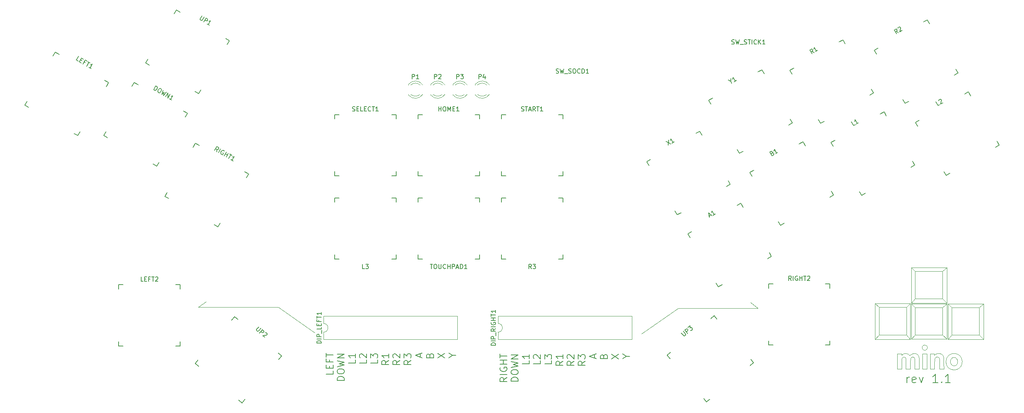
<source format=gbr>
%TF.GenerationSoftware,KiCad,Pcbnew,(5.1.10)-1*%
%TF.CreationDate,2021-10-16T10:52:32-04:00*%
%TF.ProjectId,mino_board,6d696e6f-5f62-46f6-9172-642e6b696361,rev?*%
%TF.SameCoordinates,Original*%
%TF.FileFunction,Legend,Top*%
%TF.FilePolarity,Positive*%
%FSLAX46Y46*%
G04 Gerber Fmt 4.6, Leading zero omitted, Abs format (unit mm)*
G04 Created by KiCad (PCBNEW (5.1.10)-1) date 2021-10-16 10:52:32*
%MOMM*%
%LPD*%
G01*
G04 APERTURE LIST*
%ADD10C,0.150000*%
%ADD11C,0.120000*%
%ADD12C,0.018000*%
%ADD13C,0.100000*%
G04 APERTURE END LIST*
D10*
X159355309Y-149677404D02*
X158593404Y-150210738D01*
X159355309Y-150591690D02*
X157755309Y-150591690D01*
X157755309Y-149982166D01*
X157831500Y-149829785D01*
X157907690Y-149753595D01*
X158060071Y-149677404D01*
X158288642Y-149677404D01*
X158441023Y-149753595D01*
X158517214Y-149829785D01*
X158593404Y-149982166D01*
X158593404Y-150591690D01*
X159355309Y-148991690D02*
X157755309Y-148991690D01*
X157831500Y-147391690D02*
X157755309Y-147544071D01*
X157755309Y-147772642D01*
X157831500Y-148001214D01*
X157983880Y-148153595D01*
X158136261Y-148229785D01*
X158441023Y-148305976D01*
X158669595Y-148305976D01*
X158974357Y-148229785D01*
X159126738Y-148153595D01*
X159279119Y-148001214D01*
X159355309Y-147772642D01*
X159355309Y-147620261D01*
X159279119Y-147391690D01*
X159202928Y-147315500D01*
X158669595Y-147315500D01*
X158669595Y-147620261D01*
X159355309Y-146629785D02*
X157755309Y-146629785D01*
X158517214Y-146629785D02*
X158517214Y-145715500D01*
X159355309Y-145715500D02*
X157755309Y-145715500D01*
X157755309Y-145182166D02*
X157755309Y-144267880D01*
X159355309Y-144725023D02*
X157755309Y-144725023D01*
X161905309Y-150515500D02*
X160305309Y-150515500D01*
X160305309Y-150134547D01*
X160381500Y-149905976D01*
X160533880Y-149753595D01*
X160686261Y-149677404D01*
X160991023Y-149601214D01*
X161219595Y-149601214D01*
X161524357Y-149677404D01*
X161676738Y-149753595D01*
X161829119Y-149905976D01*
X161905309Y-150134547D01*
X161905309Y-150515500D01*
X160305309Y-148610738D02*
X160305309Y-148305976D01*
X160381500Y-148153595D01*
X160533880Y-148001214D01*
X160838642Y-147925023D01*
X161371976Y-147925023D01*
X161676738Y-148001214D01*
X161829119Y-148153595D01*
X161905309Y-148305976D01*
X161905309Y-148610738D01*
X161829119Y-148763119D01*
X161676738Y-148915500D01*
X161371976Y-148991690D01*
X160838642Y-148991690D01*
X160533880Y-148915500D01*
X160381500Y-148763119D01*
X160305309Y-148610738D01*
X160305309Y-147391690D02*
X161905309Y-147010738D01*
X160762452Y-146705976D01*
X161905309Y-146401214D01*
X160305309Y-146020261D01*
X161905309Y-145410738D02*
X160305309Y-145410738D01*
X161905309Y-144496452D01*
X160305309Y-144496452D01*
X164455309Y-145791690D02*
X164455309Y-146553595D01*
X162855309Y-146553595D01*
X164455309Y-144420261D02*
X164455309Y-145334547D01*
X164455309Y-144877404D02*
X162855309Y-144877404D01*
X163083880Y-145029785D01*
X163236261Y-145182166D01*
X163312452Y-145334547D01*
X167005309Y-145791690D02*
X167005309Y-146553595D01*
X165405309Y-146553595D01*
X165557690Y-145334547D02*
X165481500Y-145258357D01*
X165405309Y-145105976D01*
X165405309Y-144725023D01*
X165481500Y-144572642D01*
X165557690Y-144496452D01*
X165710071Y-144420261D01*
X165862452Y-144420261D01*
X166091023Y-144496452D01*
X167005309Y-145410738D01*
X167005309Y-144420261D01*
X169555309Y-145791690D02*
X169555309Y-146553595D01*
X167955309Y-146553595D01*
X167955309Y-145410738D02*
X167955309Y-144420261D01*
X168564833Y-144953595D01*
X168564833Y-144725023D01*
X168641023Y-144572642D01*
X168717214Y-144496452D01*
X168869595Y-144420261D01*
X169250547Y-144420261D01*
X169402928Y-144496452D01*
X169479119Y-144572642D01*
X169555309Y-144725023D01*
X169555309Y-145182166D01*
X169479119Y-145334547D01*
X169402928Y-145410738D01*
X172105309Y-145944071D02*
X171343404Y-146477404D01*
X172105309Y-146858357D02*
X170505309Y-146858357D01*
X170505309Y-146248833D01*
X170581500Y-146096452D01*
X170657690Y-146020261D01*
X170810071Y-145944071D01*
X171038642Y-145944071D01*
X171191023Y-146020261D01*
X171267214Y-146096452D01*
X171343404Y-146248833D01*
X171343404Y-146858357D01*
X172105309Y-144420261D02*
X172105309Y-145334547D01*
X172105309Y-144877404D02*
X170505309Y-144877404D01*
X170733880Y-145029785D01*
X170886261Y-145182166D01*
X170962452Y-145334547D01*
X174655309Y-145944071D02*
X173893404Y-146477404D01*
X174655309Y-146858357D02*
X173055309Y-146858357D01*
X173055309Y-146248833D01*
X173131500Y-146096452D01*
X173207690Y-146020261D01*
X173360071Y-145944071D01*
X173588642Y-145944071D01*
X173741023Y-146020261D01*
X173817214Y-146096452D01*
X173893404Y-146248833D01*
X173893404Y-146858357D01*
X173207690Y-145334547D02*
X173131500Y-145258357D01*
X173055309Y-145105976D01*
X173055309Y-144725023D01*
X173131500Y-144572642D01*
X173207690Y-144496452D01*
X173360071Y-144420261D01*
X173512452Y-144420261D01*
X173741023Y-144496452D01*
X174655309Y-145410738D01*
X174655309Y-144420261D01*
X177205309Y-145944071D02*
X176443404Y-146477404D01*
X177205309Y-146858357D02*
X175605309Y-146858357D01*
X175605309Y-146248833D01*
X175681500Y-146096452D01*
X175757690Y-146020261D01*
X175910071Y-145944071D01*
X176138642Y-145944071D01*
X176291023Y-146020261D01*
X176367214Y-146096452D01*
X176443404Y-146248833D01*
X176443404Y-146858357D01*
X175605309Y-145410738D02*
X175605309Y-144420261D01*
X176214833Y-144953595D01*
X176214833Y-144725023D01*
X176291023Y-144572642D01*
X176367214Y-144496452D01*
X176519595Y-144420261D01*
X176900547Y-144420261D01*
X177052928Y-144496452D01*
X177129119Y-144572642D01*
X177205309Y-144725023D01*
X177205309Y-145182166D01*
X177129119Y-145334547D01*
X177052928Y-145410738D01*
X179298166Y-145182166D02*
X179298166Y-144420261D01*
X179755309Y-145334547D02*
X178155309Y-144801214D01*
X179755309Y-144267880D01*
X181467214Y-144801214D02*
X181543404Y-144572642D01*
X181619595Y-144496452D01*
X181771976Y-144420261D01*
X182000547Y-144420261D01*
X182152928Y-144496452D01*
X182229119Y-144572642D01*
X182305309Y-144725023D01*
X182305309Y-145334547D01*
X180705309Y-145334547D01*
X180705309Y-144801214D01*
X180781500Y-144648833D01*
X180857690Y-144572642D01*
X181010071Y-144496452D01*
X181162452Y-144496452D01*
X181314833Y-144572642D01*
X181391023Y-144648833D01*
X181467214Y-144801214D01*
X181467214Y-145334547D01*
X183255309Y-145410738D02*
X184855309Y-144344071D01*
X183255309Y-144344071D02*
X184855309Y-145410738D01*
X186643404Y-144801214D02*
X187405309Y-144801214D01*
X185805309Y-145334547D02*
X186643404Y-144801214D01*
X185805309Y-144267880D01*
X119604309Y-148115476D02*
X119604309Y-148877380D01*
X118004309Y-148877380D01*
X118766214Y-147582142D02*
X118766214Y-147048809D01*
X119604309Y-146820238D02*
X119604309Y-147582142D01*
X118004309Y-147582142D01*
X118004309Y-146820238D01*
X118766214Y-145601190D02*
X118766214Y-146134523D01*
X119604309Y-146134523D02*
X118004309Y-146134523D01*
X118004309Y-145372619D01*
X118004309Y-144991666D02*
X118004309Y-144077380D01*
X119604309Y-144534523D02*
X118004309Y-144534523D01*
X122154309Y-150325000D02*
X120554309Y-150325000D01*
X120554309Y-149944047D01*
X120630500Y-149715476D01*
X120782880Y-149563095D01*
X120935261Y-149486904D01*
X121240023Y-149410714D01*
X121468595Y-149410714D01*
X121773357Y-149486904D01*
X121925738Y-149563095D01*
X122078119Y-149715476D01*
X122154309Y-149944047D01*
X122154309Y-150325000D01*
X120554309Y-148420238D02*
X120554309Y-148115476D01*
X120630500Y-147963095D01*
X120782880Y-147810714D01*
X121087642Y-147734523D01*
X121620976Y-147734523D01*
X121925738Y-147810714D01*
X122078119Y-147963095D01*
X122154309Y-148115476D01*
X122154309Y-148420238D01*
X122078119Y-148572619D01*
X121925738Y-148725000D01*
X121620976Y-148801190D01*
X121087642Y-148801190D01*
X120782880Y-148725000D01*
X120630500Y-148572619D01*
X120554309Y-148420238D01*
X120554309Y-147201190D02*
X122154309Y-146820238D01*
X121011452Y-146515476D01*
X122154309Y-146210714D01*
X120554309Y-145829761D01*
X122154309Y-145220238D02*
X120554309Y-145220238D01*
X122154309Y-144305952D01*
X120554309Y-144305952D01*
X124704309Y-145601190D02*
X124704309Y-146363095D01*
X123104309Y-146363095D01*
X124704309Y-144229761D02*
X124704309Y-145144047D01*
X124704309Y-144686904D02*
X123104309Y-144686904D01*
X123332880Y-144839285D01*
X123485261Y-144991666D01*
X123561452Y-145144047D01*
X127254309Y-145601190D02*
X127254309Y-146363095D01*
X125654309Y-146363095D01*
X125806690Y-145144047D02*
X125730500Y-145067857D01*
X125654309Y-144915476D01*
X125654309Y-144534523D01*
X125730500Y-144382142D01*
X125806690Y-144305952D01*
X125959071Y-144229761D01*
X126111452Y-144229761D01*
X126340023Y-144305952D01*
X127254309Y-145220238D01*
X127254309Y-144229761D01*
X129804309Y-145601190D02*
X129804309Y-146363095D01*
X128204309Y-146363095D01*
X128204309Y-145220238D02*
X128204309Y-144229761D01*
X128813833Y-144763095D01*
X128813833Y-144534523D01*
X128890023Y-144382142D01*
X128966214Y-144305952D01*
X129118595Y-144229761D01*
X129499547Y-144229761D01*
X129651928Y-144305952D01*
X129728119Y-144382142D01*
X129804309Y-144534523D01*
X129804309Y-144991666D01*
X129728119Y-145144047D01*
X129651928Y-145220238D01*
X132354309Y-145753571D02*
X131592404Y-146286904D01*
X132354309Y-146667857D02*
X130754309Y-146667857D01*
X130754309Y-146058333D01*
X130830500Y-145905952D01*
X130906690Y-145829761D01*
X131059071Y-145753571D01*
X131287642Y-145753571D01*
X131440023Y-145829761D01*
X131516214Y-145905952D01*
X131592404Y-146058333D01*
X131592404Y-146667857D01*
X132354309Y-144229761D02*
X132354309Y-145144047D01*
X132354309Y-144686904D02*
X130754309Y-144686904D01*
X130982880Y-144839285D01*
X131135261Y-144991666D01*
X131211452Y-145144047D01*
X134904309Y-145753571D02*
X134142404Y-146286904D01*
X134904309Y-146667857D02*
X133304309Y-146667857D01*
X133304309Y-146058333D01*
X133380500Y-145905952D01*
X133456690Y-145829761D01*
X133609071Y-145753571D01*
X133837642Y-145753571D01*
X133990023Y-145829761D01*
X134066214Y-145905952D01*
X134142404Y-146058333D01*
X134142404Y-146667857D01*
X133456690Y-145144047D02*
X133380500Y-145067857D01*
X133304309Y-144915476D01*
X133304309Y-144534523D01*
X133380500Y-144382142D01*
X133456690Y-144305952D01*
X133609071Y-144229761D01*
X133761452Y-144229761D01*
X133990023Y-144305952D01*
X134904309Y-145220238D01*
X134904309Y-144229761D01*
X137454309Y-145753571D02*
X136692404Y-146286904D01*
X137454309Y-146667857D02*
X135854309Y-146667857D01*
X135854309Y-146058333D01*
X135930500Y-145905952D01*
X136006690Y-145829761D01*
X136159071Y-145753571D01*
X136387642Y-145753571D01*
X136540023Y-145829761D01*
X136616214Y-145905952D01*
X136692404Y-146058333D01*
X136692404Y-146667857D01*
X135854309Y-145220238D02*
X135854309Y-144229761D01*
X136463833Y-144763095D01*
X136463833Y-144534523D01*
X136540023Y-144382142D01*
X136616214Y-144305952D01*
X136768595Y-144229761D01*
X137149547Y-144229761D01*
X137301928Y-144305952D01*
X137378119Y-144382142D01*
X137454309Y-144534523D01*
X137454309Y-144991666D01*
X137378119Y-145144047D01*
X137301928Y-145220238D01*
X139547166Y-144991666D02*
X139547166Y-144229761D01*
X140004309Y-145144047D02*
X138404309Y-144610714D01*
X140004309Y-144077380D01*
X141716214Y-144610714D02*
X141792404Y-144382142D01*
X141868595Y-144305952D01*
X142020976Y-144229761D01*
X142249547Y-144229761D01*
X142401928Y-144305952D01*
X142478119Y-144382142D01*
X142554309Y-144534523D01*
X142554309Y-145144047D01*
X140954309Y-145144047D01*
X140954309Y-144610714D01*
X141030500Y-144458333D01*
X141106690Y-144382142D01*
X141259071Y-144305952D01*
X141411452Y-144305952D01*
X141563833Y-144382142D01*
X141640023Y-144458333D01*
X141716214Y-144610714D01*
X141716214Y-145144047D01*
X143504309Y-145220238D02*
X145104309Y-144153571D01*
X143504309Y-144153571D02*
X145104309Y-145220238D01*
X146892404Y-144610714D02*
X147654309Y-144610714D01*
X146054309Y-145144047D02*
X146892404Y-144610714D01*
X146054309Y-144077380D01*
D11*
X88852500Y-133604000D02*
X90567000Y-132270500D01*
X115395500Y-139446000D02*
X107077000Y-133604000D01*
X107077000Y-133604000D02*
X88852500Y-133604000D01*
X216662000Y-133794500D02*
X214947500Y-132461000D01*
X198437500Y-133794500D02*
X216662000Y-133794500D01*
X190119000Y-139636500D02*
X198437500Y-133794500D01*
D10*
X250746238Y-150891761D02*
X250746238Y-149558428D01*
X250746238Y-149939380D02*
X250841476Y-149748904D01*
X250936714Y-149653666D01*
X251127190Y-149558428D01*
X251317666Y-149558428D01*
X252746238Y-150796523D02*
X252555761Y-150891761D01*
X252174809Y-150891761D01*
X251984333Y-150796523D01*
X251889095Y-150606047D01*
X251889095Y-149844142D01*
X251984333Y-149653666D01*
X252174809Y-149558428D01*
X252555761Y-149558428D01*
X252746238Y-149653666D01*
X252841476Y-149844142D01*
X252841476Y-150034619D01*
X251889095Y-150225095D01*
X253508142Y-149558428D02*
X253984333Y-150891761D01*
X254460523Y-149558428D01*
X257793857Y-150891761D02*
X256651000Y-150891761D01*
X257222428Y-150891761D02*
X257222428Y-148891761D01*
X257031952Y-149177476D01*
X256841476Y-149367952D01*
X256651000Y-149463190D01*
X258651000Y-150701285D02*
X258746238Y-150796523D01*
X258651000Y-150891761D01*
X258555761Y-150796523D01*
X258651000Y-150701285D01*
X258651000Y-150891761D01*
X260651000Y-150891761D02*
X259508142Y-150891761D01*
X260079571Y-150891761D02*
X260079571Y-148891761D01*
X259889095Y-149177476D01*
X259698619Y-149367952D01*
X259508142Y-149463190D01*
D12*
X250632980Y-139914605D02*
X251461009Y-140920172D01*
X250632980Y-139914620D02*
X244382333Y-139914620D01*
X252542000Y-133670000D02*
X258878300Y-133670000D01*
X260085380Y-132851331D02*
X260085380Y-132851331D01*
X244382333Y-139914605D02*
X243401555Y-140920172D01*
X258878300Y-139920659D02*
X252542000Y-139920659D01*
X260913410Y-139929971D02*
X260085380Y-140910764D01*
X258878300Y-133670000D02*
X258878300Y-139920659D01*
X250632980Y-133578350D02*
X250632980Y-139914620D01*
X267249680Y-133679330D02*
X268255219Y-132851331D01*
X251714000Y-132842000D02*
X251714000Y-132842000D01*
X260913410Y-133679330D02*
X267249680Y-133679330D01*
X251461009Y-132750290D02*
X250632980Y-133578350D01*
X268255219Y-140910764D02*
X260085380Y-140910764D01*
X251461009Y-140920172D02*
X243401555Y-140920172D01*
X243401555Y-140920172D02*
X243401555Y-132750290D01*
X251714000Y-140901454D02*
X251714000Y-132842000D01*
X260085380Y-132851331D02*
X268255219Y-132851331D01*
X244382333Y-133578350D02*
X250632980Y-133578350D01*
X244382333Y-139914620D02*
X244382333Y-133578350D01*
X260085380Y-132851331D02*
X260913410Y-133679330D01*
X251714000Y-132842000D02*
X252542000Y-133670060D01*
X267249680Y-133679330D02*
X267249680Y-139929971D01*
X251461009Y-132750290D02*
X251461009Y-140920172D01*
X260085380Y-140910764D02*
X260085380Y-132851331D01*
X259883840Y-140901454D02*
X251714000Y-140901454D01*
X252542000Y-139920659D02*
X252542000Y-133670000D01*
X251461009Y-132750290D02*
X251461009Y-132750290D01*
X244382333Y-133578350D02*
X243401555Y-132750290D01*
X260913410Y-139929971D02*
X260913410Y-133679330D01*
X258878270Y-133670060D02*
X259883840Y-132842000D01*
X252542000Y-139920659D02*
X251714000Y-140901454D01*
X250632980Y-133578350D02*
X250632980Y-133578350D01*
X258878270Y-139920659D02*
X259883840Y-140901454D01*
X268255219Y-132851331D02*
X268255219Y-140910764D01*
X243401555Y-132750290D02*
X251461009Y-132750290D01*
X267249680Y-139929971D02*
X268255219Y-140910764D01*
X260913410Y-133679330D02*
X260913410Y-133679330D01*
X267249680Y-139929971D02*
X260913410Y-139929971D01*
X252542000Y-133670000D02*
X252542000Y-133670000D01*
X252542000Y-131630060D02*
X251714000Y-132610850D01*
X258878270Y-131630060D02*
X259883840Y-132610850D01*
X258878270Y-125379410D02*
X259883840Y-124551380D01*
X251714000Y-124551380D02*
X252542000Y-125379410D01*
X258878300Y-131630060D02*
X252542000Y-131630060D01*
X252542000Y-125379410D02*
X252542000Y-125379410D01*
X259883840Y-124551380D02*
X259883840Y-132610850D01*
X252542000Y-125379410D02*
X258878300Y-125379410D01*
X251714000Y-124551380D02*
X251714000Y-124551380D01*
X251714000Y-124551380D02*
X259883840Y-124551380D01*
X251714000Y-132610850D02*
X251714000Y-124551380D01*
X259883840Y-132842000D02*
X259883840Y-140901454D01*
X252542000Y-131630060D02*
X252542000Y-125379410D01*
X258878300Y-125379410D02*
X258878300Y-131630060D01*
X259883840Y-132610850D02*
X251714000Y-132610850D01*
X251714000Y-132842000D02*
X259883840Y-132842000D01*
D13*
X256007730Y-144269498D02*
X256007730Y-146013128D01*
X251685181Y-145121518D02*
X251756979Y-145048291D01*
X251756979Y-145048291D02*
X251762111Y-145043762D01*
X252492260Y-144158858D02*
X252388882Y-144158585D01*
X252388882Y-144158585D02*
X252297793Y-144163474D01*
X252297793Y-144163474D02*
X252195967Y-144174719D01*
X252195967Y-144174719D02*
X252106821Y-144189700D01*
X253487025Y-145509534D02*
X253481053Y-145401577D01*
X253481053Y-145401577D02*
X253472998Y-145293760D01*
X253472998Y-145293760D02*
X253463870Y-145195892D01*
X252106821Y-144189700D02*
X252008060Y-144215017D01*
X252008060Y-144215017D02*
X251950436Y-144235643D01*
X252018322Y-144959286D02*
X252119454Y-144968314D01*
X252119454Y-144968314D02*
X252126122Y-144969556D01*
X252428977Y-145275909D02*
X252453060Y-145377496D01*
X252453060Y-145377496D02*
X252465516Y-145468785D01*
X257605131Y-144188908D02*
X257506766Y-144217896D01*
X257506766Y-144217896D02*
X257474651Y-144229654D01*
X257013671Y-144424189D02*
X257013671Y-144269498D01*
X250726205Y-144207741D02*
X250622441Y-144184237D01*
X250622441Y-144184237D02*
X250517281Y-144168151D01*
X250517281Y-144168151D02*
X250503176Y-144166571D01*
X257247235Y-144358343D02*
X257170599Y-144423582D01*
X257170599Y-144423582D02*
X257142208Y-144450900D01*
X251530890Y-144497961D02*
X251460657Y-144573069D01*
X251460657Y-144573069D02*
X251443298Y-144596096D01*
X251581469Y-145303402D02*
X251624672Y-145207526D01*
X251624672Y-145207526D02*
X251685181Y-145121518D01*
X251369696Y-144698584D02*
X251314409Y-144623755D01*
X250922142Y-144280331D02*
X250825927Y-144239302D01*
X250825927Y-144239302D02*
X250726205Y-144207741D01*
X256007730Y-147756759D02*
X256510700Y-147756759D01*
X257142208Y-144450900D02*
X257013671Y-144578880D01*
X256510700Y-147756759D02*
X257013671Y-147756759D01*
X253503526Y-146700521D02*
X253503384Y-146585909D01*
X253503384Y-146585909D02*
X253503075Y-146471297D01*
X253503075Y-146471297D02*
X253502598Y-146356687D01*
X253502598Y-146356687D02*
X253501953Y-146242078D01*
X253501953Y-146242078D02*
X253501140Y-146127470D01*
X253501140Y-146127470D02*
X253500159Y-146012863D01*
X253500159Y-146012863D02*
X253499720Y-145967021D01*
X257474651Y-144229654D02*
X257381771Y-144271670D01*
X257381771Y-144271670D02*
X257356686Y-144285336D01*
X251762111Y-145043762D02*
X251836123Y-144994645D01*
X257017219Y-146038151D02*
X257019132Y-145935591D01*
X257019132Y-145935591D02*
X257022768Y-145833084D01*
X257022768Y-145833084D02*
X257028127Y-145730650D01*
X257028127Y-145730650D02*
X257031849Y-145673783D01*
X252357723Y-145122369D02*
X252405618Y-145210988D01*
X252405618Y-145210988D02*
X252428977Y-145275909D01*
X251655836Y-144397528D02*
X251576345Y-144458571D01*
X251576345Y-144458571D02*
X251530890Y-144497961D01*
X251443298Y-144596096D02*
X251369696Y-144698584D01*
X257013671Y-146730933D02*
X257013757Y-146622683D01*
X257013757Y-146622683D02*
X257014017Y-146514435D01*
X257014017Y-146514435D02*
X257014450Y-146406187D01*
X257014450Y-146406187D02*
X257015057Y-146297939D01*
X257015057Y-146297939D02*
X257015836Y-146189693D01*
X257015836Y-146189693D02*
X257016789Y-146081448D01*
X257016789Y-146081448D02*
X257017219Y-146038151D01*
X251836123Y-144994645D02*
X251917932Y-144968081D01*
X252501343Y-147756759D02*
X253002700Y-147756759D01*
X257013671Y-144269498D02*
X256510700Y-144269498D01*
X251950436Y-144235643D02*
X251855935Y-144277608D01*
X251855935Y-144277608D02*
X251800920Y-144306316D01*
X253499720Y-145967021D02*
X253498339Y-145866910D01*
X253498339Y-145866910D02*
X253496177Y-145766816D01*
X253496177Y-145766816D02*
X253493232Y-145666741D01*
X253493232Y-145666741D02*
X253489505Y-145566692D01*
X253489505Y-145566692D02*
X253487025Y-145509534D01*
X251016534Y-144337075D02*
X250928330Y-144283374D01*
X250928330Y-144283374D02*
X250922142Y-144280331D01*
X253147039Y-144443155D02*
X253070322Y-144372446D01*
X253070322Y-144372446D02*
X252986041Y-144311145D01*
X252986041Y-144311145D02*
X252926066Y-144275818D01*
X252482804Y-145797638D02*
X252484283Y-145899318D01*
X252484283Y-145899318D02*
X252485674Y-146000999D01*
X252485674Y-146000999D02*
X252486977Y-146102681D01*
X252486977Y-146102681D02*
X252488191Y-146204364D01*
X252488191Y-146204364D02*
X252489316Y-146306048D01*
X252489316Y-146306048D02*
X252490353Y-146407733D01*
X252490353Y-146407733D02*
X252491301Y-146509419D01*
X252491301Y-146509419D02*
X252492161Y-146611106D01*
X256510700Y-144269498D02*
X256007730Y-144269498D01*
X252295950Y-145051343D02*
X252357723Y-145122369D01*
X251314409Y-144623755D02*
X251250937Y-144546290D01*
X251250937Y-144546290D02*
X251231800Y-144525772D01*
X251917932Y-144968081D02*
X252018322Y-144959286D01*
X250503176Y-144166571D02*
X250397410Y-144159020D01*
X250397410Y-144159020D02*
X250291384Y-144159008D01*
X250291384Y-144159008D02*
X250277250Y-144159577D01*
X253314657Y-144677428D02*
X253259947Y-144583858D01*
X253259947Y-144583858D02*
X253195333Y-144496970D01*
X253195333Y-144496970D02*
X253147039Y-144443155D01*
X252126122Y-144969556D02*
X252218826Y-145000169D01*
X257356686Y-144285336D02*
X257270249Y-144341011D01*
X257270249Y-144341011D02*
X257247235Y-144358343D01*
X253504056Y-147756759D02*
X253503526Y-146700521D01*
X253463870Y-145195892D02*
X253450611Y-145096639D01*
X253450611Y-145096639D02*
X253431228Y-144998412D01*
X253431228Y-144998412D02*
X253424573Y-144970576D01*
X252492161Y-146611106D02*
X252493008Y-146716832D01*
X252493008Y-146716832D02*
X252493931Y-146831998D01*
X252493931Y-146831998D02*
X252495066Y-146973596D01*
X252495066Y-146973596D02*
X252495895Y-147077086D01*
X252495895Y-147077086D02*
X252496752Y-147183931D01*
X252496752Y-147183931D02*
X252497608Y-147290777D01*
X252497608Y-147290777D02*
X252498437Y-147394266D01*
X252498437Y-147394266D02*
X252499572Y-147535865D01*
X252499572Y-147535865D02*
X252500495Y-147651032D01*
X252500495Y-147651032D02*
X252501316Y-147753472D01*
X252501316Y-147753472D02*
X252501343Y-147756759D01*
X258147636Y-145879288D02*
X258148923Y-145983334D01*
X258148923Y-145983334D02*
X258150045Y-146087383D01*
X258150045Y-146087383D02*
X258151000Y-146191433D01*
X258151000Y-146191433D02*
X258151791Y-146295484D01*
X258151791Y-146295484D02*
X258152415Y-146399537D01*
X258152415Y-146399537D02*
X258152874Y-146503590D01*
X258152874Y-146503590D02*
X258153166Y-146607644D01*
X258153166Y-146607644D02*
X258153294Y-146711699D01*
X258659121Y-144360798D02*
X258569896Y-144303551D01*
X258569896Y-144303551D02*
X258475158Y-144255979D01*
X259139662Y-147756759D02*
X259132283Y-146465801D01*
X257981574Y-145102084D02*
X258045695Y-145183725D01*
X258045695Y-145183725D02*
X258074413Y-145248919D01*
X254264100Y-144269498D02*
X254264100Y-146013128D01*
X257897504Y-145035730D02*
X257976670Y-145097509D01*
X257976670Y-145097509D02*
X257981574Y-145102084D01*
X257810249Y-144992031D02*
X257897504Y-145035730D01*
X254264100Y-147756759D02*
X254755893Y-147756759D01*
X258074413Y-145248919D02*
X258101941Y-145349268D01*
X258101941Y-145349268D02*
X258120292Y-145451663D01*
X258120292Y-145451663D02*
X258123831Y-145481208D01*
X257742976Y-144167447D02*
X257643514Y-144180537D01*
X257643514Y-144180537D02*
X257605131Y-144188908D01*
X258271539Y-144190571D02*
X258171070Y-144173823D01*
X258171070Y-144173823D02*
X258117959Y-144168565D01*
X257928318Y-144161135D02*
X257824004Y-144163018D01*
X257824004Y-144163018D02*
X257742976Y-144167447D01*
X259132283Y-146465801D02*
X259124904Y-145174844D01*
X257590498Y-144960027D02*
X257692262Y-144965522D01*
X257692262Y-144965522D02*
X257711013Y-144967790D01*
X254755893Y-144269498D02*
X254264100Y-144269498D01*
X259034583Y-144889277D02*
X259001559Y-144802114D01*
X254755893Y-147756759D02*
X255247686Y-147756759D01*
X258475158Y-144255979D02*
X258381382Y-144220145D01*
X258381382Y-144220145D02*
X258284629Y-144193432D01*
X258284629Y-144193432D02*
X258271539Y-144190571D01*
X257031849Y-145673783D02*
X257041713Y-145570450D01*
X257041713Y-145570450D02*
X257056760Y-145467753D01*
X257056760Y-145467753D02*
X257062008Y-145438555D01*
X259124904Y-145174844D02*
X259062695Y-144973656D01*
X258117959Y-144168565D02*
X258017278Y-144162886D01*
X258017278Y-144162886D02*
X257928318Y-144161135D01*
X257433406Y-144979619D02*
X257535999Y-144962428D01*
X257535999Y-144962428D02*
X257590498Y-144960027D01*
X259001559Y-144802114D02*
X258968671Y-144724346D01*
X257711013Y-144967790D02*
X257810249Y-144992031D01*
X255247686Y-147756759D02*
X255247686Y-146013128D01*
X258646699Y-147756759D02*
X259139662Y-147756759D01*
X258941930Y-144672201D02*
X258883722Y-144583481D01*
X258883722Y-144583481D02*
X258816605Y-144501294D01*
X258153294Y-146711699D02*
X258153348Y-146839843D01*
X258153348Y-146839843D02*
X258153396Y-146954083D01*
X258153396Y-146954083D02*
X258153453Y-147088989D01*
X258153453Y-147088989D02*
X258153515Y-147234228D01*
X258153515Y-147234228D02*
X258153577Y-147379468D01*
X258153577Y-147379468D02*
X258153634Y-147514374D01*
X258153634Y-147514374D02*
X258153682Y-147628614D01*
X258153682Y-147628614D02*
X258153726Y-147730925D01*
X258153726Y-147730925D02*
X258153737Y-147756759D01*
X258968671Y-144724346D02*
X258941930Y-144672201D01*
X258153737Y-147756759D02*
X258646699Y-147756759D01*
X255247686Y-144269498D02*
X254755893Y-144269498D01*
X259062695Y-144973656D02*
X259034583Y-144889277D01*
X258123831Y-145481208D02*
X258134272Y-145592924D01*
X258134272Y-145592924D02*
X258141783Y-145704861D01*
X258141783Y-145704861D02*
X258146361Y-145816961D01*
X258146361Y-145816961D02*
X258147636Y-145879288D01*
X258816605Y-144501294D02*
X258741570Y-144426889D01*
X258741570Y-144426889D02*
X258659121Y-144360798D01*
X254264100Y-146013128D02*
X254264100Y-147756759D01*
X255247686Y-146013128D02*
X255247686Y-144269498D01*
X259710086Y-145376066D02*
X259684909Y-145474334D01*
X259684909Y-145474334D02*
X259663855Y-145573524D01*
X259663855Y-145573524D02*
X259646949Y-145673503D01*
X259646949Y-145673503D02*
X259634217Y-145774144D01*
X261481895Y-145043992D02*
X261584261Y-145056784D01*
X261584261Y-145056784D02*
X261684736Y-145080010D01*
X261684736Y-145080010D02*
X261712984Y-145088541D01*
X261269640Y-147861719D02*
X261377837Y-147868390D01*
X261377837Y-147868390D02*
X261486195Y-147870663D01*
X261486195Y-147870663D02*
X261584730Y-147868910D01*
X261303622Y-146972300D02*
X261205062Y-146949258D01*
X261205062Y-146949258D02*
X261183024Y-146941379D01*
X262787943Y-144694722D02*
X262715839Y-144624014D01*
X262715839Y-144624014D02*
X262639781Y-144557750D01*
X262639781Y-144557750D02*
X262559972Y-144496095D01*
X262559972Y-144496095D02*
X262476621Y-144439210D01*
X262476621Y-144439210D02*
X262427480Y-144408910D01*
X260061387Y-147280838D02*
X260130433Y-147355114D01*
X260130433Y-147355114D02*
X260203456Y-147425372D01*
X260203456Y-147425372D02*
X260280281Y-147491452D01*
X260280281Y-147491452D02*
X260360734Y-147553195D01*
X260784481Y-145447761D02*
X260841849Y-145364848D01*
X260841849Y-145364848D02*
X260906448Y-145287435D01*
X263224139Y-145498981D02*
X263197691Y-145400616D01*
X263197691Y-145400616D02*
X263165696Y-145304025D01*
X263165696Y-145304025D02*
X263128244Y-145209443D01*
X263128244Y-145209443D02*
X263085422Y-145117102D01*
X263085422Y-145117102D02*
X263058577Y-145065432D01*
X260702119Y-147740403D02*
X260798372Y-147774852D01*
X260798372Y-147774852D02*
X260896643Y-147802902D01*
X260896643Y-147802902D02*
X260963122Y-147818002D01*
X263271207Y-146295413D02*
X263280637Y-146195458D01*
X263280637Y-146195458D02*
X263285674Y-146095331D01*
X263285674Y-146095331D02*
X263286328Y-145995174D01*
X263286328Y-145995174D02*
X263282607Y-145895132D01*
X263282607Y-145895132D02*
X263274519Y-145795348D01*
X263274519Y-145795348D02*
X263262072Y-145695965D01*
X263262072Y-145695965D02*
X263245276Y-145597128D01*
X263245276Y-145597128D02*
X263224139Y-145498981D01*
X262427480Y-144408910D02*
X262337924Y-144359115D01*
X262337924Y-144359115D02*
X262245798Y-144314496D01*
X262245798Y-144314496D02*
X262151324Y-144275148D01*
X262151324Y-144275148D02*
X262054729Y-144241167D01*
X262054729Y-144241167D02*
X261998665Y-144224198D01*
X259634217Y-145774144D02*
X259625326Y-145878818D01*
X259625326Y-145878818D02*
X259620690Y-145983723D01*
X259620690Y-145983723D02*
X259620311Y-146088730D01*
X259620311Y-146088730D02*
X259624193Y-146193710D01*
X260707820Y-144291073D02*
X260608380Y-144335479D01*
X260608380Y-144335479D02*
X260512005Y-144386014D01*
X260512005Y-144386014D02*
X260418980Y-144442523D01*
X260418980Y-144442523D02*
X260368851Y-144476441D01*
X260360734Y-147553195D02*
X260451890Y-147614424D01*
X260451890Y-147614424D02*
X260547034Y-147669043D01*
X260547034Y-147669043D02*
X260645808Y-147716854D01*
X260645808Y-147716854D02*
X260702119Y-147740403D01*
X261871994Y-147836412D02*
X261984201Y-147811026D01*
X261984201Y-147811026D02*
X262094194Y-147778287D01*
X262094194Y-147778287D02*
X262201619Y-147738345D01*
X262201619Y-147738345D02*
X262306124Y-147691350D01*
X262306124Y-147691350D02*
X262407356Y-147637453D01*
X262407356Y-147637453D02*
X262504962Y-147576803D01*
X262504962Y-147576803D02*
X262542910Y-147550686D01*
X263058577Y-145065432D02*
X263008065Y-144978245D01*
X263008065Y-144978245D02*
X262952554Y-144894288D01*
X262952554Y-144894288D02*
X262892199Y-144813775D01*
X262892199Y-144813775D02*
X262827155Y-144736917D01*
X262827155Y-144736917D02*
X262787943Y-144694722D01*
X262106331Y-145426273D02*
X262157832Y-145516718D01*
X262157832Y-145516718D02*
X262178224Y-145559433D01*
X262266916Y-146013129D02*
X262262997Y-146114266D01*
X262262997Y-146114266D02*
X262251269Y-146214775D01*
X262251269Y-146214775D02*
X262246489Y-146243314D01*
X262257225Y-145847887D02*
X262265551Y-145951038D01*
X262265551Y-145951038D02*
X262266916Y-146013129D01*
X261920903Y-145216351D02*
X261996581Y-145287899D01*
X261996581Y-145287899D02*
X262024279Y-145317820D01*
X261811755Y-145135008D02*
X261894680Y-145194611D01*
X261894680Y-145194611D02*
X261920903Y-145216351D01*
X262178224Y-145559433D02*
X262214861Y-145654090D01*
X262214861Y-145654090D02*
X262228125Y-145698306D01*
X262024279Y-145317820D02*
X262087465Y-145397938D01*
X262087465Y-145397938D02*
X262106331Y-145426273D01*
X261712984Y-145088541D02*
X261805963Y-145131350D01*
X261805963Y-145131350D02*
X261811755Y-145135008D01*
X262228125Y-145698306D02*
X262249755Y-145795991D01*
X262249755Y-145795991D02*
X262257225Y-145847887D01*
X251498382Y-145959871D02*
X251501215Y-145857869D01*
X251501215Y-145857869D02*
X251506617Y-145755988D01*
X251506617Y-145755988D02*
X251514584Y-145654275D01*
X251514584Y-145654275D02*
X251525115Y-145552779D01*
X249950688Y-144228038D02*
X249857463Y-144271559D01*
X249857463Y-144271559D02*
X249840839Y-144280905D01*
X251525115Y-145552779D02*
X251541603Y-145450056D01*
X251541603Y-145450056D02*
X251566876Y-145349180D01*
X251566876Y-145349180D02*
X251581469Y-145303402D01*
X250475591Y-146003034D02*
X250476744Y-146108662D01*
X250476744Y-146108662D02*
X250477802Y-146214291D01*
X250477802Y-146214291D02*
X250478764Y-146319921D01*
X250478764Y-146319921D02*
X250479630Y-146425552D01*
X250479630Y-146425552D02*
X250480400Y-146531184D01*
X250480400Y-146531184D02*
X250480636Y-146566395D01*
X251492175Y-146778174D02*
X251492271Y-146675882D01*
X251492271Y-146675882D02*
X251492562Y-146573590D01*
X251492562Y-146573590D02*
X251493047Y-146471300D01*
X251493047Y-146471300D02*
X251493726Y-146369010D01*
X251493726Y-146369010D02*
X251494598Y-146266722D01*
X251494598Y-146266722D02*
X251495665Y-146164436D01*
X251495665Y-146164436D02*
X251496926Y-146062152D01*
X251496926Y-146062152D02*
X251498382Y-145959871D01*
X250990294Y-147756759D02*
X251492175Y-147756759D01*
X248999677Y-144269498D02*
X248496707Y-144269498D01*
X254205200Y-142586534D02*
X254179940Y-142686453D01*
X254179940Y-142686453D02*
X254177864Y-142705490D01*
X254521173Y-142265576D02*
X254432778Y-142316173D01*
X254432778Y-142316173D02*
X254420870Y-142324576D01*
X254254000Y-142494000D02*
X254206382Y-142583473D01*
X254206382Y-142583473D02*
X254205200Y-142586534D01*
X254328823Y-142403653D02*
X254262492Y-142482017D01*
X254262492Y-142482017D02*
X254254000Y-142494000D01*
X250480636Y-146566395D02*
X250488413Y-147756759D01*
X249736558Y-144351676D02*
X249659830Y-144417144D01*
X249659830Y-144417144D02*
X249631184Y-144444312D01*
X255180110Y-142394042D02*
X255098645Y-142326978D01*
X255098645Y-142326978D02*
X255007185Y-142274572D01*
X255007185Y-142274572D02*
X254979481Y-142262463D01*
X249740672Y-145036682D02*
X249790552Y-145003847D01*
X255334336Y-142850301D02*
X255336501Y-142746188D01*
X255336501Y-142746188D02*
X255333922Y-142705490D01*
X250488413Y-147756759D02*
X250990294Y-147756759D01*
X251492175Y-147756759D02*
X251492175Y-146778174D01*
X250297403Y-145062499D02*
X250358031Y-145128140D01*
X254915742Y-143364466D02*
X255012990Y-143332461D01*
X255012990Y-143332461D02*
X255048828Y-143314335D01*
X254420870Y-142324576D02*
X254342319Y-142390296D01*
X254342319Y-142390296D02*
X254328823Y-142403653D01*
X250468401Y-145632286D02*
X250471023Y-145736546D01*
X250471023Y-145736546D02*
X250473176Y-145840817D01*
X250473176Y-145840817D02*
X250474859Y-145945097D01*
X250474859Y-145945097D02*
X250475591Y-146003034D01*
X253424573Y-144970576D02*
X253394439Y-144867016D01*
X253394439Y-144867016D02*
X253356237Y-144766235D01*
X253356237Y-144766235D02*
X253314657Y-144677428D01*
X249573087Y-145301315D02*
X249607178Y-145207277D01*
X249607178Y-145207277D02*
X249615070Y-145190490D01*
X250068657Y-144966082D02*
X250126736Y-144971609D01*
X250126736Y-144971609D02*
X250175192Y-144985875D01*
X250072681Y-144189224D02*
X249976929Y-144218192D01*
X249976929Y-144218192D02*
X249950688Y-144228038D01*
X251800920Y-144306316D02*
X251713523Y-144358493D01*
X251713523Y-144358493D02*
X251655836Y-144397528D01*
X250358031Y-145128140D02*
X250408142Y-145206659D01*
X254177864Y-142705490D02*
X254175103Y-142809588D01*
X254175103Y-142809588D02*
X254177450Y-142850301D01*
X255048828Y-143314335D02*
X255133342Y-143254397D01*
X255133342Y-143254397D02*
X255162667Y-143226261D01*
X257192480Y-145129313D02*
X257266018Y-145059125D01*
X257266018Y-145059125D02*
X257298929Y-145036578D01*
X250459533Y-145370038D02*
X250463539Y-145476562D01*
X250463539Y-145476562D02*
X250466993Y-145583106D01*
X250466993Y-145583106D02*
X250468401Y-145632286D01*
X249840839Y-144280905D02*
X249755317Y-144337265D01*
X249755317Y-144337265D02*
X249736558Y-144351676D01*
X257298929Y-145036578D02*
X257389551Y-144992915D01*
X257389551Y-144992915D02*
X257433406Y-144979619D01*
X255265103Y-143096063D02*
X255306954Y-143004709D01*
X255306954Y-143004709D02*
X255310809Y-142990811D01*
X249502648Y-144269498D02*
X248999677Y-144269498D01*
X250445781Y-145295163D02*
X250459533Y-145370038D01*
X254246683Y-143096063D02*
X254307732Y-143179805D01*
X254307732Y-143179805D02*
X254349119Y-143226261D01*
X248496707Y-144269498D02*
X248496707Y-146013128D01*
X249502648Y-147756759D02*
X249502648Y-146697402D01*
X249631184Y-144444312D02*
X249502648Y-144569880D01*
X254200977Y-142990811D02*
X254239158Y-143083758D01*
X254239158Y-143083758D02*
X254246683Y-143096063D01*
X249502648Y-146697402D02*
X249502696Y-146590960D01*
X249502696Y-146590960D02*
X249502842Y-146484518D01*
X249502842Y-146484518D02*
X249503086Y-146378076D01*
X249503086Y-146378076D02*
X249503427Y-146271635D01*
X249503427Y-146271635D02*
X249503866Y-146165195D01*
X249503866Y-146165195D02*
X249504034Y-146129715D01*
X249537819Y-145452636D02*
X249559547Y-145352996D01*
X249559547Y-145352996D02*
X249573087Y-145301315D01*
X254462958Y-143314335D02*
X254557153Y-143354444D01*
X254557153Y-143354444D02*
X254596044Y-143364466D01*
X249502648Y-144419689D02*
X249502648Y-144269498D01*
X255310809Y-142990811D02*
X255330128Y-142890200D01*
X255330128Y-142890200D02*
X255334336Y-142850301D01*
X254349119Y-143226261D02*
X254428358Y-143293015D01*
X254428358Y-143293015D02*
X254462958Y-143314335D01*
X257013671Y-144578880D02*
X257013671Y-144424189D01*
X251231800Y-144525772D02*
X251160167Y-144455439D01*
X251160167Y-144455439D02*
X251126241Y-144424912D01*
X249509400Y-145805826D02*
X249513422Y-145700421D01*
X249513422Y-145700421D02*
X249519531Y-145595118D01*
X250175192Y-144985875D02*
X250228499Y-145012259D01*
X257062008Y-145438555D02*
X257086515Y-145338829D01*
X257086515Y-145338829D02*
X257117278Y-145253582D01*
X249790552Y-145003847D02*
X249836792Y-144984489D01*
X249502648Y-144569880D02*
X249502648Y-144419689D01*
X257013671Y-147756759D02*
X257013671Y-146730933D01*
X257117278Y-145253582D02*
X257165040Y-145165687D01*
X257165040Y-145165687D02*
X257192480Y-145129313D01*
X252465516Y-145468785D02*
X252473570Y-145571402D01*
X252473570Y-145571402D02*
X252479215Y-145674173D01*
X252479215Y-145674173D02*
X252482447Y-145777052D01*
X252482447Y-145777052D02*
X252482804Y-145797638D01*
X254177450Y-142850301D02*
X254191957Y-142951717D01*
X254191957Y-142951717D02*
X254200977Y-142990811D01*
X253002700Y-147756759D02*
X253504056Y-147756759D01*
X254979481Y-142262463D02*
X254879032Y-142231012D01*
X254879032Y-142231012D02*
X254774832Y-142216911D01*
X254774832Y-142216911D02*
X254744682Y-142216130D01*
X249504034Y-146129715D02*
X249504897Y-146028487D01*
X249504897Y-146028487D02*
X249506500Y-145927268D01*
X249506500Y-145927268D02*
X249508842Y-145826064D01*
X249508842Y-145826064D02*
X249509400Y-145805826D01*
X249615070Y-145190490D02*
X249669114Y-145105962D01*
X248496707Y-146013128D02*
X248496707Y-147756759D01*
X249669114Y-145105962D02*
X249740672Y-145036682D01*
X249893661Y-144973609D02*
X249981187Y-144967467D01*
X248999677Y-147756759D02*
X249502648Y-147756759D01*
X249981187Y-144967467D02*
X250068657Y-144966082D01*
X255306586Y-142586534D02*
X255261594Y-142495623D01*
X255261594Y-142495623D02*
X255200373Y-142414910D01*
X255200373Y-142414910D02*
X255180110Y-142394042D01*
X252659601Y-144178800D02*
X252560642Y-144163480D01*
X252560642Y-144163480D02*
X252492260Y-144158858D01*
X250408142Y-145206659D02*
X250445781Y-145295163D01*
X250228499Y-145012259D02*
X250297403Y-145062499D01*
X250277250Y-144159577D02*
X250174231Y-144169335D01*
X250174231Y-144169335D02*
X250072681Y-144189224D01*
X251126241Y-144424912D02*
X251048165Y-144360800D01*
X251048165Y-144360800D02*
X251016534Y-144337075D01*
X249836792Y-144984489D02*
X249893661Y-144973609D01*
X252218826Y-145000169D02*
X252295950Y-145051343D01*
X255333922Y-142705490D02*
X255313027Y-142604567D01*
X255313027Y-142604567D02*
X255306586Y-142586534D01*
X254755893Y-143381303D02*
X254856238Y-143374712D01*
X254856238Y-143374712D02*
X254915742Y-143364466D01*
X256007730Y-146013128D02*
X256007730Y-147756759D01*
X248496707Y-147756759D02*
X248999677Y-147756759D01*
X255162667Y-143226261D02*
X255229691Y-143147219D01*
X255229691Y-143147219D02*
X255265103Y-143096063D01*
X254744682Y-142216130D02*
X254644299Y-142225626D01*
X254644299Y-142225626D02*
X254547697Y-142254058D01*
X254547697Y-142254058D02*
X254521173Y-142265576D01*
X254596044Y-143364466D02*
X254695560Y-143378927D01*
X254695560Y-143378927D02*
X254755893Y-143381303D01*
X249519531Y-145595118D02*
X249530953Y-145492476D01*
X249530953Y-145492476D02*
X249537819Y-145452636D01*
X252926066Y-144275818D02*
X252829514Y-144230426D01*
X252829514Y-144230426D02*
X252728719Y-144195775D01*
X252728719Y-144195775D02*
X252659601Y-144178800D01*
X262542910Y-147550686D02*
X262634289Y-147481239D01*
X262634289Y-147481239D02*
X262720577Y-147405993D01*
X262720577Y-147405993D02*
X262801514Y-147325235D01*
X262801514Y-147325235D02*
X262876837Y-147239251D01*
X262876837Y-147239251D02*
X262946285Y-147148327D01*
X262946285Y-147148327D02*
X263009597Y-147052751D01*
X263009597Y-147052751D02*
X263033145Y-147013283D01*
X260963122Y-147818002D02*
X261067878Y-147837162D01*
X261067878Y-147837162D02*
X261173313Y-147851998D01*
X261173313Y-147851998D02*
X261269640Y-147861719D01*
X262246489Y-146243314D02*
X262223626Y-146341712D01*
X262223626Y-146341712D02*
X262190818Y-146437236D01*
X262190818Y-146437236D02*
X262185705Y-146449715D01*
X261827946Y-146884576D02*
X261736813Y-146934186D01*
X261736813Y-146934186D02*
X261718948Y-146941379D01*
X261939886Y-146795807D02*
X261860748Y-146861301D01*
X261860748Y-146861301D02*
X261827946Y-146884576D01*
X259846452Y-145051896D02*
X259795056Y-145149382D01*
X259795056Y-145149382D02*
X259751563Y-145250528D01*
X259751563Y-145250528D02*
X259716173Y-145354859D01*
X259716173Y-145354859D02*
X259710086Y-145376066D01*
X261183024Y-146941379D02*
X261090156Y-146895099D01*
X261090156Y-146895099D02*
X261074027Y-146884576D01*
X261085806Y-144181328D02*
X260977239Y-144204065D01*
X260977239Y-144204065D02*
X260870292Y-144233206D01*
X260870292Y-144233206D02*
X260765249Y-144268669D01*
X260765249Y-144268669D02*
X260707820Y-144291073D01*
X261074027Y-146884576D02*
X260992223Y-146822443D01*
X260992223Y-146822443D02*
X260962087Y-146795807D01*
X261718948Y-146941379D02*
X261621461Y-146968602D01*
X261621461Y-146968602D02*
X261598351Y-146972300D01*
X261998665Y-144224198D02*
X261897364Y-144200589D01*
X261897364Y-144200589D02*
X261817261Y-144189122D01*
X261450987Y-146982434D02*
X261349510Y-146977640D01*
X261349510Y-146977640D02*
X261303622Y-146972300D01*
X260635322Y-146030598D02*
X260639016Y-145927401D01*
X260639016Y-145927401D02*
X260649786Y-145824710D01*
X260649786Y-145824710D02*
X260651755Y-145811076D01*
X260079085Y-144732711D02*
X260006927Y-144817457D01*
X260006927Y-144817457D02*
X259939947Y-144906258D01*
X259939947Y-144906258D02*
X259878316Y-144998877D01*
X259878316Y-144998877D02*
X259846452Y-145051896D01*
X260368851Y-144476441D02*
X260281638Y-144541892D01*
X260281638Y-144541892D02*
X260198773Y-144612638D01*
X260198773Y-144612638D02*
X260120498Y-144688466D01*
X260120498Y-144688466D02*
X260079085Y-144732711D01*
X261546305Y-144168605D02*
X261444154Y-144164912D01*
X261444154Y-144164912D02*
X261341952Y-144163429D01*
X261341952Y-144163429D02*
X261273806Y-144163667D01*
X263033145Y-147013283D02*
X263089511Y-146908230D01*
X263089511Y-146908230D02*
X263138946Y-146800037D01*
X263138946Y-146800037D02*
X263181334Y-146689047D01*
X263181334Y-146689047D02*
X263216561Y-146575607D01*
X263216561Y-146575607D02*
X263244513Y-146460060D01*
X263244513Y-146460060D02*
X263265076Y-146342752D01*
X263265076Y-146342752D02*
X263271207Y-146295413D01*
X262083416Y-146633303D02*
X262020297Y-146713140D01*
X262020297Y-146713140D02*
X261949815Y-146786536D01*
X261949815Y-146786536D02*
X261939886Y-146795807D01*
X261269556Y-145061966D02*
X261368363Y-145045205D01*
X261368363Y-145045205D02*
X261468525Y-145043148D01*
X261468525Y-145043148D02*
X261481895Y-145043992D01*
X259685048Y-146583161D02*
X259716406Y-146689280D01*
X259716406Y-146689280D02*
X259754984Y-146792884D01*
X259754984Y-146792884D02*
X259800634Y-146893603D01*
X259800634Y-146893603D02*
X259828998Y-146948177D01*
X261598351Y-146972300D02*
X261497173Y-146981442D01*
X261497173Y-146981442D02*
X261450987Y-146982434D01*
X259624193Y-146193710D02*
X259633593Y-146304364D01*
X259633593Y-146304364D02*
X259649051Y-146414269D01*
X259649051Y-146414269D02*
X259670529Y-146523178D01*
X259670529Y-146523178D02*
X259685048Y-146583161D01*
X260962087Y-146795807D02*
X260891734Y-146724394D01*
X260891734Y-146724394D02*
X260828585Y-146646559D01*
X260828585Y-146646559D02*
X260820735Y-146635724D01*
X260820735Y-146635724D02*
X260764403Y-146547126D01*
X260764403Y-146547126D02*
X260717997Y-146452950D01*
X259828998Y-146948177D02*
X259880081Y-147036098D01*
X259880081Y-147036098D02*
X259935930Y-147120978D01*
X259935930Y-147120978D02*
X259996410Y-147202622D01*
X259996410Y-147202622D02*
X260061387Y-147280838D01*
X260717997Y-146452950D02*
X260681574Y-146353185D01*
X260681574Y-146353185D02*
X260656020Y-146250099D01*
X260651755Y-145811076D02*
X260672804Y-145708085D01*
X260672804Y-145708085D02*
X260700443Y-145619531D01*
X261817261Y-144189122D02*
X261715793Y-144179608D01*
X261715793Y-144179608D02*
X261614149Y-144172277D01*
X261614149Y-144172277D02*
X261546305Y-144168605D01*
X260700443Y-145619531D02*
X260740587Y-145526067D01*
X260740587Y-145526067D02*
X260784481Y-145447761D01*
X261273806Y-144163667D02*
X261173560Y-144169162D01*
X261173560Y-144169162D02*
X261085806Y-144181328D01*
X260906448Y-145287435D02*
X260981923Y-145214511D01*
X260981923Y-145214511D02*
X261065833Y-145151521D01*
X261065833Y-145151521D02*
X261077609Y-145143915D01*
X261077609Y-145143915D02*
X261170261Y-145095162D01*
X261170261Y-145095162D02*
X261269556Y-145061966D01*
X262185705Y-146449715D02*
X262139731Y-146544389D01*
X262139731Y-146544389D02*
X262083416Y-146633303D01*
X261584730Y-147868910D02*
X261693011Y-147861871D01*
X261693011Y-147861871D02*
X261800683Y-147848648D01*
X261800683Y-147848648D02*
X261871994Y-147836412D01*
X260656020Y-146250099D02*
X260641096Y-146147708D01*
X260641096Y-146147708D02*
X260635384Y-146044407D01*
X260635384Y-146044407D02*
X260635322Y-146030598D01*
D11*
%TO.C,DIP_LEFT1*%
X117448000Y-139303000D02*
X117448000Y-140953000D01*
X117448000Y-140953000D02*
X148048000Y-140953000D01*
X148048000Y-140953000D02*
X148048000Y-135653000D01*
X148048000Y-135653000D02*
X117448000Y-135653000D01*
X117448000Y-135653000D02*
X117448000Y-137303000D01*
X117448000Y-137303000D02*
G75*
G02*
X117448000Y-139303000I0J-1000000D01*
G01*
%TO.C,DIP_RIGHT1*%
X157293000Y-139303000D02*
X157293000Y-140953000D01*
X157293000Y-140953000D02*
X187893000Y-140953000D01*
X187893000Y-140953000D02*
X187893000Y-135653000D01*
X187893000Y-135653000D02*
X157293000Y-135653000D01*
X157293000Y-135653000D02*
X157293000Y-137303000D01*
X157293000Y-137303000D02*
G75*
G02*
X157293000Y-139303000I0J-1000000D01*
G01*
D10*
%TO.C,L2*%
X253177822Y-92207348D02*
X252677822Y-91341322D01*
X259677822Y-103465678D02*
X260543848Y-102965678D01*
X253543848Y-90841322D02*
X252677822Y-91341322D01*
X259677822Y-103465678D02*
X259177822Y-102599652D01*
X271302178Y-95599652D02*
X271802178Y-96465678D01*
X264802178Y-84341322D02*
X263936152Y-84841322D01*
X270936152Y-96965678D02*
X271802178Y-96465678D01*
X264802178Y-84341322D02*
X265302178Y-85207348D01*
%TO.C,R2*%
X243779822Y-75707048D02*
X243279822Y-74841022D01*
X250279822Y-86965378D02*
X251145848Y-86465378D01*
X244145848Y-74341022D02*
X243279822Y-74841022D01*
X250279822Y-86965378D02*
X249779822Y-86099352D01*
X261904178Y-79099352D02*
X262404178Y-79965378D01*
X255404178Y-67841022D02*
X254538152Y-68341022D01*
X261538152Y-80465378D02*
X262404178Y-79965378D01*
X255404178Y-67841022D02*
X255904178Y-68707048D01*
%TO.C,LEFT1*%
X55675322Y-76076348D02*
X56175322Y-75210322D01*
X49175322Y-87334678D02*
X50041348Y-87834678D01*
X57041348Y-75710322D02*
X56175322Y-75210322D01*
X49175322Y-87334678D02*
X49675322Y-86468652D01*
X61799678Y-93468652D02*
X61299678Y-94334678D01*
X68299678Y-82210322D02*
X67433652Y-81710322D01*
X60433652Y-93834678D02*
X61299678Y-94334678D01*
X68299678Y-82210322D02*
X67799678Y-83076348D01*
%TO.C,DOWN1*%
X73709322Y-83066248D02*
X74209322Y-82200222D01*
X67209322Y-94324578D02*
X68075348Y-94824578D01*
X75075348Y-82700222D02*
X74209322Y-82200222D01*
X67209322Y-94324578D02*
X67709322Y-93458552D01*
X79833678Y-100458552D02*
X79333678Y-101324578D01*
X86333678Y-89200222D02*
X85467652Y-88700222D01*
X78467652Y-100824578D02*
X79333678Y-101324578D01*
X86333678Y-89200222D02*
X85833678Y-90066248D01*
%TO.C,RIGHT1*%
X87679322Y-96967848D02*
X88179322Y-96101822D01*
X81179322Y-108226178D02*
X82045348Y-108726178D01*
X89045348Y-96601822D02*
X88179322Y-96101822D01*
X81179322Y-108226178D02*
X81679322Y-107360152D01*
X93803678Y-114360152D02*
X93303678Y-115226178D01*
X100303678Y-103101822D02*
X99437652Y-102601822D01*
X92437652Y-114726178D02*
X93303678Y-115226178D01*
X100303678Y-103101822D02*
X99803678Y-103967848D01*
%TO.C,UP1*%
X95921578Y-72602322D02*
X95421578Y-73468348D01*
X88055552Y-84226678D02*
X88921578Y-84726678D01*
X95921578Y-72602322D02*
X95055552Y-72102322D01*
X89421578Y-83860652D02*
X88921578Y-84726678D01*
X76797222Y-77726678D02*
X77297222Y-76860652D01*
X84663248Y-66102322D02*
X83797222Y-65602322D01*
X76797222Y-77726678D02*
X77663248Y-78226678D01*
X83297222Y-66468348D02*
X83797222Y-65602322D01*
%TO.C,UP3*%
X206666798Y-135553176D02*
X207309585Y-136319220D01*
X214899780Y-146920585D02*
X215665824Y-146277798D01*
X206666798Y-135553176D02*
X205900753Y-136195963D01*
X215023037Y-145511753D02*
X215665824Y-146277798D01*
X204941202Y-155276824D02*
X204298415Y-154510780D01*
X196708220Y-143909415D02*
X195942176Y-144552202D01*
X204941202Y-155276824D02*
X205707247Y-154634037D01*
X196584963Y-145318247D02*
X195942176Y-144552202D01*
%TO.C,HOME1*%
X139050000Y-90520000D02*
X139050000Y-89520000D01*
X139050000Y-103520000D02*
X140050000Y-103520000D01*
X140050000Y-89520000D02*
X139050000Y-89520000D01*
X139050000Y-103520000D02*
X139050000Y-102520000D01*
X153050000Y-102520000D02*
X153050000Y-103520000D01*
X153050000Y-89520000D02*
X152050000Y-89520000D01*
X152050000Y-103520000D02*
X153050000Y-103520000D01*
X153050000Y-89520000D02*
X153050000Y-90520000D01*
%TO.C,R3*%
X158100000Y-109570000D02*
X158100000Y-108570000D01*
X158100000Y-122570000D02*
X159100000Y-122570000D01*
X159100000Y-108570000D02*
X158100000Y-108570000D01*
X158100000Y-122570000D02*
X158100000Y-121570000D01*
X172100000Y-121570000D02*
X172100000Y-122570000D01*
X172100000Y-108570000D02*
X171100000Y-108570000D01*
X171100000Y-122570000D02*
X172100000Y-122570000D01*
X172100000Y-108570000D02*
X172100000Y-109570000D01*
%TO.C,L3*%
X120000000Y-109570000D02*
X120000000Y-108570000D01*
X120000000Y-122570000D02*
X121000000Y-122570000D01*
X121000000Y-108570000D02*
X120000000Y-108570000D01*
X120000000Y-122570000D02*
X120000000Y-121570000D01*
X134000000Y-121570000D02*
X134000000Y-122570000D01*
X134000000Y-108570000D02*
X133000000Y-108570000D01*
X133000000Y-122570000D02*
X134000000Y-122570000D01*
X134000000Y-108570000D02*
X134000000Y-109570000D01*
%TO.C,START1*%
X172100000Y-89520000D02*
X172100000Y-90520000D01*
X171100000Y-103520000D02*
X172100000Y-103520000D01*
X172100000Y-89520000D02*
X171100000Y-89520000D01*
X172100000Y-102520000D02*
X172100000Y-103520000D01*
X158100000Y-103520000D02*
X158100000Y-102520000D01*
X159100000Y-89520000D02*
X158100000Y-89520000D01*
X158100000Y-103520000D02*
X159100000Y-103520000D01*
X158100000Y-90520000D02*
X158100000Y-89520000D01*
%TO.C,RIGHT2*%
X219124000Y-129255000D02*
X219124000Y-128255000D01*
X219124000Y-142255000D02*
X220124000Y-142255000D01*
X220124000Y-128255000D02*
X219124000Y-128255000D01*
X219124000Y-142255000D02*
X219124000Y-141255000D01*
X233124000Y-141255000D02*
X233124000Y-142255000D01*
X233124000Y-128255000D02*
X232124000Y-128255000D01*
X232124000Y-142255000D02*
X233124000Y-142255000D01*
X233124000Y-128255000D02*
X233124000Y-129255000D01*
%TO.C,SELECT1*%
X134000000Y-89520000D02*
X134000000Y-90520000D01*
X133000000Y-103520000D02*
X134000000Y-103520000D01*
X134000000Y-89520000D02*
X133000000Y-89520000D01*
X134000000Y-102520000D02*
X134000000Y-103520000D01*
X120000000Y-103520000D02*
X120000000Y-102520000D01*
X121000000Y-89520000D02*
X120000000Y-89520000D01*
X120000000Y-103520000D02*
X121000000Y-103520000D01*
X120000000Y-90520000D02*
X120000000Y-89520000D01*
%TO.C,LEFT2*%
X84660500Y-128446000D02*
X84660500Y-129446000D01*
X83660500Y-142446000D02*
X84660500Y-142446000D01*
X84660500Y-128446000D02*
X83660500Y-128446000D01*
X84660500Y-141446000D02*
X84660500Y-142446000D01*
X70660500Y-142446000D02*
X70660500Y-141446000D01*
X71660500Y-128446000D02*
X70660500Y-128446000D01*
X70660500Y-142446000D02*
X71660500Y-142446000D01*
X70660500Y-129446000D02*
X70660500Y-128446000D01*
%TO.C,UP2*%
X96474915Y-136510220D02*
X97117702Y-135744176D01*
X88118676Y-146468798D02*
X88884720Y-147111585D01*
X97883747Y-136386963D02*
X97117702Y-135744176D01*
X88118676Y-146468798D02*
X88761463Y-145702753D01*
X99486085Y-154701780D02*
X98843298Y-155467824D01*
X107842324Y-144743202D02*
X107076280Y-144100415D01*
X98077253Y-154825037D02*
X98843298Y-155467824D01*
X107842324Y-144743202D02*
X107199537Y-145509247D01*
%TO.C,L1*%
X233883822Y-96779348D02*
X233383822Y-95913322D01*
X240383822Y-108037678D02*
X241249848Y-107537678D01*
X234249848Y-95413322D02*
X233383822Y-95913322D01*
X240383822Y-108037678D02*
X239883822Y-107171652D01*
X252008178Y-100171652D02*
X252508178Y-101037678D01*
X245508178Y-88913322D02*
X244642152Y-89413322D01*
X251642152Y-101537678D02*
X252508178Y-101037678D01*
X245508178Y-88913322D02*
X246008178Y-89779348D01*
%TO.C,Y1*%
X205953822Y-87137048D02*
X205453822Y-86271022D01*
X212453822Y-98395378D02*
X213319848Y-97895378D01*
X206319848Y-85771022D02*
X205453822Y-86271022D01*
X212453822Y-98395378D02*
X211953822Y-97529352D01*
X224078178Y-90529352D02*
X224578178Y-91395378D01*
X217578178Y-79271022D02*
X216712152Y-79771022D01*
X223712152Y-91895378D02*
X224578178Y-91395378D01*
X217578178Y-79271022D02*
X218078178Y-80137048D01*
%TO.C,A1*%
X201137822Y-117688848D02*
X200637822Y-116822822D01*
X207637822Y-128947178D02*
X208503848Y-128447178D01*
X201503848Y-116322822D02*
X200637822Y-116822822D01*
X207637822Y-128947178D02*
X207137822Y-128081152D01*
X219262178Y-121081152D02*
X219762178Y-121947178D01*
X212762178Y-109822822D02*
X211896152Y-110322822D01*
X218896152Y-122447178D02*
X219762178Y-121947178D01*
X212762178Y-109822822D02*
X213262178Y-110688848D01*
%TO.C,R1*%
X224485822Y-80279048D02*
X223985822Y-79413022D01*
X230985822Y-91537378D02*
X231851848Y-91037378D01*
X224851848Y-78913022D02*
X223985822Y-79413022D01*
X230985822Y-91537378D02*
X230485822Y-90671352D01*
X242610178Y-83671352D02*
X243110178Y-84537378D01*
X236110178Y-72413022D02*
X235244152Y-72913022D01*
X242244152Y-85037378D02*
X243110178Y-84537378D01*
X236110178Y-72413022D02*
X236610178Y-73279048D01*
%TO.C,X1*%
X191739822Y-101188848D02*
X191239822Y-100322822D01*
X198239822Y-112447178D02*
X199105848Y-111947178D01*
X192105848Y-99822822D02*
X191239822Y-100322822D01*
X198239822Y-112447178D02*
X197739822Y-111581152D01*
X209864178Y-104581152D02*
X210364178Y-105447178D01*
X203364178Y-93322822D02*
X202498152Y-93822822D01*
X209498152Y-105947178D02*
X210364178Y-105447178D01*
X203364178Y-93322822D02*
X203864178Y-94188848D01*
%TO.C,B1*%
X215351822Y-103637848D02*
X214851822Y-102771822D01*
X221851822Y-114896178D02*
X222717848Y-114396178D01*
X215717848Y-102271822D02*
X214851822Y-102771822D01*
X221851822Y-114896178D02*
X221351822Y-114030152D01*
X233476178Y-107030152D02*
X233976178Y-107896178D01*
X226976178Y-95771822D02*
X226110152Y-96271822D01*
X233110152Y-108396178D02*
X233976178Y-107896178D01*
X226976178Y-95771822D02*
X227476178Y-96637848D01*
%TO.C,TOUCHPAD1*%
X153050000Y-108570000D02*
X153050000Y-109570000D01*
X152050000Y-122570000D02*
X153050000Y-122570000D01*
X153050000Y-108570000D02*
X152050000Y-108570000D01*
X153050000Y-121570000D02*
X153050000Y-122570000D01*
X139050000Y-122570000D02*
X139050000Y-121570000D01*
X140050000Y-108570000D02*
X139050000Y-108570000D01*
X139050000Y-122570000D02*
X140050000Y-122570000D01*
X139050000Y-109570000D02*
X139050000Y-108570000D01*
D11*
%TO.C,P4*%
X152110000Y-84900000D02*
X152110000Y-85056000D01*
X152110000Y-82584000D02*
X152110000Y-82740000D01*
X155342335Y-82741392D02*
G75*
G03*
X152110000Y-82584484I-1672335J-1078608D01*
G01*
X155342335Y-84898608D02*
G75*
G02*
X152110000Y-85055516I-1672335J1078608D01*
G01*
X154711130Y-82740163D02*
G75*
G03*
X152629039Y-82740000I-1041130J-1079837D01*
G01*
X154711130Y-84899837D02*
G75*
G02*
X152629039Y-84900000I-1041130J1079837D01*
G01*
%TO.C,P3*%
X147030000Y-82584000D02*
X147030000Y-82740000D01*
X147030000Y-84900000D02*
X147030000Y-85056000D01*
X149631130Y-84899837D02*
G75*
G02*
X147549039Y-84900000I-1041130J1079837D01*
G01*
X149631130Y-82740163D02*
G75*
G03*
X147549039Y-82740000I-1041130J-1079837D01*
G01*
X150262335Y-84898608D02*
G75*
G02*
X147030000Y-85055516I-1672335J1078608D01*
G01*
X150262335Y-82741392D02*
G75*
G03*
X147030000Y-82584484I-1672335J-1078608D01*
G01*
%TO.C,P2*%
X141950000Y-84900000D02*
X141950000Y-85056000D01*
X141950000Y-82584000D02*
X141950000Y-82740000D01*
X145182335Y-82741392D02*
G75*
G03*
X141950000Y-82584484I-1672335J-1078608D01*
G01*
X145182335Y-84898608D02*
G75*
G02*
X141950000Y-85055516I-1672335J1078608D01*
G01*
X144551130Y-82740163D02*
G75*
G03*
X142469039Y-82740000I-1041130J-1079837D01*
G01*
X144551130Y-84899837D02*
G75*
G02*
X142469039Y-84900000I-1041130J1079837D01*
G01*
%TO.C,P1*%
X136870000Y-82584000D02*
X136870000Y-82740000D01*
X136870000Y-84900000D02*
X136870000Y-85056000D01*
X139471130Y-84899837D02*
G75*
G02*
X137389039Y-84900000I-1041130J1079837D01*
G01*
X139471130Y-82740163D02*
G75*
G03*
X137389039Y-82740000I-1041130J-1079837D01*
G01*
X140102335Y-84898608D02*
G75*
G02*
X136870000Y-85055516I-1672335J1078608D01*
G01*
X140102335Y-82741392D02*
G75*
G03*
X136870000Y-82584484I-1672335J-1078608D01*
G01*
%TO.C,DIP_LEFT1*%
D10*
X116900380Y-141826809D02*
X115900380Y-141826809D01*
X115900380Y-141588714D01*
X115948000Y-141445857D01*
X116043238Y-141350619D01*
X116138476Y-141303000D01*
X116328952Y-141255380D01*
X116471809Y-141255380D01*
X116662285Y-141303000D01*
X116757523Y-141350619D01*
X116852761Y-141445857D01*
X116900380Y-141588714D01*
X116900380Y-141826809D01*
X116900380Y-140826809D02*
X115900380Y-140826809D01*
X116900380Y-140350619D02*
X115900380Y-140350619D01*
X115900380Y-139969666D01*
X115948000Y-139874428D01*
X115995619Y-139826809D01*
X116090857Y-139779190D01*
X116233714Y-139779190D01*
X116328952Y-139826809D01*
X116376571Y-139874428D01*
X116424190Y-139969666D01*
X116424190Y-140350619D01*
X116995619Y-139588714D02*
X116995619Y-138826809D01*
X116900380Y-138112523D02*
X116900380Y-138588714D01*
X115900380Y-138588714D01*
X116376571Y-137779190D02*
X116376571Y-137445857D01*
X116900380Y-137303000D02*
X116900380Y-137779190D01*
X115900380Y-137779190D01*
X115900380Y-137303000D01*
X116376571Y-136541095D02*
X116376571Y-136874428D01*
X116900380Y-136874428D02*
X115900380Y-136874428D01*
X115900380Y-136398238D01*
X115900380Y-136160142D02*
X115900380Y-135588714D01*
X116900380Y-135874428D02*
X115900380Y-135874428D01*
X116900380Y-134731571D02*
X116900380Y-135303000D01*
X116900380Y-135017285D02*
X115900380Y-135017285D01*
X116043238Y-135112523D01*
X116138476Y-135207761D01*
X116186095Y-135303000D01*
%TO.C,DIP_RIGHT1*%
X156745380Y-142303000D02*
X155745380Y-142303000D01*
X155745380Y-142064904D01*
X155793000Y-141922047D01*
X155888238Y-141826809D01*
X155983476Y-141779190D01*
X156173952Y-141731571D01*
X156316809Y-141731571D01*
X156507285Y-141779190D01*
X156602523Y-141826809D01*
X156697761Y-141922047D01*
X156745380Y-142064904D01*
X156745380Y-142303000D01*
X156745380Y-141303000D02*
X155745380Y-141303000D01*
X156745380Y-140826809D02*
X155745380Y-140826809D01*
X155745380Y-140445857D01*
X155793000Y-140350619D01*
X155840619Y-140303000D01*
X155935857Y-140255380D01*
X156078714Y-140255380D01*
X156173952Y-140303000D01*
X156221571Y-140350619D01*
X156269190Y-140445857D01*
X156269190Y-140826809D01*
X156840619Y-140064904D02*
X156840619Y-139303000D01*
X156745380Y-138493476D02*
X156269190Y-138826809D01*
X156745380Y-139064904D02*
X155745380Y-139064904D01*
X155745380Y-138683952D01*
X155793000Y-138588714D01*
X155840619Y-138541095D01*
X155935857Y-138493476D01*
X156078714Y-138493476D01*
X156173952Y-138541095D01*
X156221571Y-138588714D01*
X156269190Y-138683952D01*
X156269190Y-139064904D01*
X156745380Y-138064904D02*
X155745380Y-138064904D01*
X155793000Y-137064904D02*
X155745380Y-137160142D01*
X155745380Y-137303000D01*
X155793000Y-137445857D01*
X155888238Y-137541095D01*
X155983476Y-137588714D01*
X156173952Y-137636333D01*
X156316809Y-137636333D01*
X156507285Y-137588714D01*
X156602523Y-137541095D01*
X156697761Y-137445857D01*
X156745380Y-137303000D01*
X156745380Y-137207761D01*
X156697761Y-137064904D01*
X156650142Y-137017285D01*
X156316809Y-137017285D01*
X156316809Y-137207761D01*
X156745380Y-136588714D02*
X155745380Y-136588714D01*
X156221571Y-136588714D02*
X156221571Y-136017285D01*
X156745380Y-136017285D02*
X155745380Y-136017285D01*
X155745380Y-135683952D02*
X155745380Y-135112523D01*
X156745380Y-135398238D02*
X155745380Y-135398238D01*
X156745380Y-134255380D02*
X156745380Y-134826809D01*
X156745380Y-134541095D02*
X155745380Y-134541095D01*
X155888238Y-134636333D01*
X155983476Y-134731571D01*
X156031095Y-134826809D01*
%TO.C,SW_STICK1*%
X210703977Y-73357261D02*
X210846834Y-73404880D01*
X211084929Y-73404880D01*
X211180167Y-73357261D01*
X211227786Y-73309642D01*
X211275405Y-73214404D01*
X211275405Y-73119166D01*
X211227786Y-73023928D01*
X211180167Y-72976309D01*
X211084929Y-72928690D01*
X210894453Y-72881071D01*
X210799215Y-72833452D01*
X210751596Y-72785833D01*
X210703977Y-72690595D01*
X210703977Y-72595357D01*
X210751596Y-72500119D01*
X210799215Y-72452500D01*
X210894453Y-72404880D01*
X211132548Y-72404880D01*
X211275405Y-72452500D01*
X211608739Y-72404880D02*
X211846834Y-73404880D01*
X212037310Y-72690595D01*
X212227786Y-73404880D01*
X212465881Y-72404880D01*
X212608739Y-73500119D02*
X213370643Y-73500119D01*
X213561120Y-73357261D02*
X213703977Y-73404880D01*
X213942072Y-73404880D01*
X214037310Y-73357261D01*
X214084929Y-73309642D01*
X214132548Y-73214404D01*
X214132548Y-73119166D01*
X214084929Y-73023928D01*
X214037310Y-72976309D01*
X213942072Y-72928690D01*
X213751596Y-72881071D01*
X213656358Y-72833452D01*
X213608739Y-72785833D01*
X213561120Y-72690595D01*
X213561120Y-72595357D01*
X213608739Y-72500119D01*
X213656358Y-72452500D01*
X213751596Y-72404880D01*
X213989691Y-72404880D01*
X214132548Y-72452500D01*
X214418262Y-72404880D02*
X214989691Y-72404880D01*
X214703977Y-73404880D02*
X214703977Y-72404880D01*
X215323024Y-73404880D02*
X215323024Y-72404880D01*
X216370643Y-73309642D02*
X216323024Y-73357261D01*
X216180167Y-73404880D01*
X216084929Y-73404880D01*
X215942072Y-73357261D01*
X215846834Y-73262023D01*
X215799215Y-73166785D01*
X215751596Y-72976309D01*
X215751596Y-72833452D01*
X215799215Y-72642976D01*
X215846834Y-72547738D01*
X215942072Y-72452500D01*
X216084929Y-72404880D01*
X216180167Y-72404880D01*
X216323024Y-72452500D01*
X216370643Y-72500119D01*
X216799215Y-73404880D02*
X216799215Y-72404880D01*
X217370643Y-73404880D02*
X216942072Y-72833452D01*
X217370643Y-72404880D02*
X216799215Y-72976309D01*
X218323024Y-73404880D02*
X217751596Y-73404880D01*
X218037310Y-73404880D02*
X218037310Y-72404880D01*
X217942072Y-72547738D01*
X217846834Y-72642976D01*
X217751596Y-72690595D01*
%TO.C,SW_SOCD1*%
X170587714Y-79999261D02*
X170730571Y-80046880D01*
X170968666Y-80046880D01*
X171063904Y-79999261D01*
X171111523Y-79951642D01*
X171159142Y-79856404D01*
X171159142Y-79761166D01*
X171111523Y-79665928D01*
X171063904Y-79618309D01*
X170968666Y-79570690D01*
X170778190Y-79523071D01*
X170682952Y-79475452D01*
X170635333Y-79427833D01*
X170587714Y-79332595D01*
X170587714Y-79237357D01*
X170635333Y-79142119D01*
X170682952Y-79094500D01*
X170778190Y-79046880D01*
X171016285Y-79046880D01*
X171159142Y-79094500D01*
X171492476Y-79046880D02*
X171730571Y-80046880D01*
X171921047Y-79332595D01*
X172111523Y-80046880D01*
X172349619Y-79046880D01*
X172492476Y-80142119D02*
X173254380Y-80142119D01*
X173444857Y-79999261D02*
X173587714Y-80046880D01*
X173825809Y-80046880D01*
X173921047Y-79999261D01*
X173968666Y-79951642D01*
X174016285Y-79856404D01*
X174016285Y-79761166D01*
X173968666Y-79665928D01*
X173921047Y-79618309D01*
X173825809Y-79570690D01*
X173635333Y-79523071D01*
X173540095Y-79475452D01*
X173492476Y-79427833D01*
X173444857Y-79332595D01*
X173444857Y-79237357D01*
X173492476Y-79142119D01*
X173540095Y-79094500D01*
X173635333Y-79046880D01*
X173873428Y-79046880D01*
X174016285Y-79094500D01*
X174635333Y-79046880D02*
X174825809Y-79046880D01*
X174921047Y-79094500D01*
X175016285Y-79189738D01*
X175063904Y-79380214D01*
X175063904Y-79713547D01*
X175016285Y-79904023D01*
X174921047Y-79999261D01*
X174825809Y-80046880D01*
X174635333Y-80046880D01*
X174540095Y-79999261D01*
X174444857Y-79904023D01*
X174397238Y-79713547D01*
X174397238Y-79380214D01*
X174444857Y-79189738D01*
X174540095Y-79094500D01*
X174635333Y-79046880D01*
X176063904Y-79951642D02*
X176016285Y-79999261D01*
X175873428Y-80046880D01*
X175778190Y-80046880D01*
X175635333Y-79999261D01*
X175540095Y-79904023D01*
X175492476Y-79808785D01*
X175444857Y-79618309D01*
X175444857Y-79475452D01*
X175492476Y-79284976D01*
X175540095Y-79189738D01*
X175635333Y-79094500D01*
X175778190Y-79046880D01*
X175873428Y-79046880D01*
X176016285Y-79094500D01*
X176063904Y-79142119D01*
X176492476Y-80046880D02*
X176492476Y-79046880D01*
X176730571Y-79046880D01*
X176873428Y-79094500D01*
X176968666Y-79189738D01*
X177016285Y-79284976D01*
X177063904Y-79475452D01*
X177063904Y-79618309D01*
X177016285Y-79808785D01*
X176968666Y-79904023D01*
X176873428Y-79999261D01*
X176730571Y-80046880D01*
X176492476Y-80046880D01*
X178016285Y-80046880D02*
X177444857Y-80046880D01*
X177730571Y-80046880D02*
X177730571Y-79046880D01*
X177635333Y-79189738D01*
X177540095Y-79284976D01*
X177444857Y-79332595D01*
%TO.C,L2*%
X258194352Y-87229566D02*
X257781959Y-87467661D01*
X257281959Y-86601636D01*
X257989407Y-86303162D02*
X258006837Y-86238113D01*
X258065506Y-86149255D01*
X258271703Y-86030207D01*
X258377991Y-86023828D01*
X258443040Y-86041258D01*
X258531898Y-86099927D01*
X258579517Y-86182405D01*
X258609706Y-86329933D01*
X258400549Y-87110519D01*
X258936660Y-86800995D01*
%TO.C,R2*%
X248796352Y-70729266D02*
X248269582Y-70483540D01*
X248301481Y-71014981D02*
X247801481Y-70148955D01*
X248131395Y-69958479D01*
X248237683Y-69952099D01*
X248302732Y-69969529D01*
X248391591Y-70028198D01*
X248463019Y-70151916D01*
X248469399Y-70258204D01*
X248451969Y-70323253D01*
X248393300Y-70412111D01*
X248063386Y-70602587D01*
X248673886Y-69755243D02*
X248691316Y-69690194D01*
X248749985Y-69601336D01*
X248956181Y-69482288D01*
X249062469Y-69475909D01*
X249127518Y-69493338D01*
X249216377Y-69552008D01*
X249263996Y-69634486D01*
X249294185Y-69782014D01*
X249085028Y-70562600D01*
X249621139Y-70253076D01*
%TO.C,LEFT1*%
X61401630Y-77300947D02*
X60989237Y-77062852D01*
X61489237Y-76196827D01*
X61952210Y-77013981D02*
X62240885Y-77180648D01*
X62102698Y-77705709D02*
X61690305Y-77467614D01*
X62190305Y-76601588D01*
X62602698Y-76839684D01*
X63024432Y-77633029D02*
X62735757Y-77466362D01*
X62473852Y-77919995D02*
X62973852Y-77053969D01*
X63386245Y-77292065D01*
X63592441Y-77411112D02*
X64087313Y-77696827D01*
X63339877Y-78419995D02*
X63839877Y-77553969D01*
X64329621Y-78991423D02*
X63834749Y-78705709D01*
X64082185Y-78848566D02*
X64582185Y-77982541D01*
X64428278Y-78058640D01*
X64298180Y-78093499D01*
X64191892Y-78087120D01*
%TO.C,DOWN1*%
X78631463Y-83826561D02*
X79131463Y-82960536D01*
X79337660Y-83079584D01*
X79437568Y-83192252D01*
X79472428Y-83322349D01*
X79466048Y-83428637D01*
X79412049Y-83617404D01*
X79340621Y-83741122D01*
X79204143Y-83882270D01*
X79115285Y-83940939D01*
X78985187Y-83975798D01*
X78837660Y-83945609D01*
X78631463Y-83826561D01*
X80162446Y-83555774D02*
X80327403Y-83651012D01*
X80386072Y-83739871D01*
X80420932Y-83869968D01*
X80366933Y-84058735D01*
X80200266Y-84347410D01*
X80063789Y-84488558D01*
X79933691Y-84523417D01*
X79827403Y-84517038D01*
X79662446Y-84421800D01*
X79603777Y-84332941D01*
X79568917Y-84202844D01*
X79622916Y-84014077D01*
X79789583Y-83725402D01*
X79926060Y-83584254D01*
X80056158Y-83549394D01*
X80162446Y-83555774D01*
X80822275Y-83936727D02*
X80528471Y-84921800D01*
X81050572Y-84398448D01*
X80858386Y-85112276D01*
X81564582Y-84365298D01*
X81394497Y-85421800D02*
X81894497Y-84555774D01*
X81889369Y-85707514D01*
X82389369Y-84841488D01*
X82755394Y-86207514D02*
X82260522Y-85921800D01*
X82507958Y-86064657D02*
X83007958Y-85198631D01*
X82854051Y-85274730D01*
X82723953Y-85309590D01*
X82617665Y-85303210D01*
%TO.C,RIGHT1*%
X93075715Y-98001971D02*
X93025136Y-97422911D01*
X92580844Y-97716257D02*
X93080844Y-96850231D01*
X93410758Y-97040707D01*
X93469427Y-97129566D01*
X93486857Y-97194615D01*
X93480477Y-97300903D01*
X93409049Y-97424621D01*
X93320190Y-97483290D01*
X93255142Y-97500720D01*
X93148853Y-97494340D01*
X92818939Y-97303864D01*
X93446869Y-98216257D02*
X93946869Y-97350231D01*
X94789085Y-97891471D02*
X94730416Y-97802612D01*
X94606698Y-97731184D01*
X94459171Y-97700994D01*
X94329073Y-97735854D01*
X94240215Y-97794523D01*
X94103737Y-97935671D01*
X94032309Y-98059389D01*
X93978310Y-98248155D01*
X93971930Y-98354444D01*
X94006790Y-98484541D01*
X94106698Y-98597209D01*
X94189177Y-98644828D01*
X94336704Y-98675017D01*
X94401753Y-98657588D01*
X94568420Y-98368912D01*
X94403462Y-98273674D01*
X94725288Y-98954352D02*
X95225288Y-98088327D01*
X94987192Y-98500720D02*
X95482064Y-98786434D01*
X95220159Y-99240066D02*
X95720159Y-98374041D01*
X96008834Y-98540707D02*
X96503706Y-98826422D01*
X95756270Y-99549590D02*
X96256270Y-98683565D01*
X96746014Y-100121019D02*
X96251142Y-99835304D01*
X96498578Y-99978161D02*
X96998578Y-99112136D01*
X96844671Y-99188235D01*
X96714573Y-99223094D01*
X96608285Y-99216715D01*
%TO.C,UP1*%
X89667867Y-66910255D02*
X89263106Y-67611323D01*
X89256726Y-67717611D01*
X89274156Y-67782660D01*
X89332825Y-67871519D01*
X89497782Y-67966757D01*
X89604070Y-67973136D01*
X89669119Y-67955707D01*
X89757977Y-67897038D01*
X90162739Y-67195969D01*
X90075132Y-68300090D02*
X90575132Y-67434065D01*
X90905047Y-67624541D01*
X90963716Y-67713399D01*
X90981145Y-67778448D01*
X90974766Y-67884736D01*
X90903337Y-68008454D01*
X90814479Y-68067123D01*
X90749430Y-68084553D01*
X90643142Y-68078173D01*
X90313227Y-67887697D01*
X91394790Y-69061995D02*
X90899918Y-68776281D01*
X91147354Y-68919138D02*
X91647354Y-68053112D01*
X91493447Y-68129211D01*
X91363349Y-68164071D01*
X91257061Y-68157691D01*
%TO.C,UP3*%
X199179110Y-139482939D02*
X199699462Y-140103070D01*
X199797158Y-140145418D01*
X199864245Y-140151287D01*
X199967810Y-140126547D01*
X200113724Y-140004112D01*
X200156071Y-139906416D01*
X200161941Y-139839328D01*
X200137201Y-139735763D01*
X199616849Y-139115632D01*
X200624420Y-139575587D02*
X199981632Y-138809542D01*
X200273459Y-138564671D01*
X200377024Y-138539931D01*
X200444112Y-138545801D01*
X200541808Y-138588148D01*
X200633635Y-138697583D01*
X200658374Y-138801149D01*
X200652505Y-138868236D01*
X200610157Y-138965932D01*
X200318331Y-139210804D01*
X200674720Y-138227972D02*
X201148938Y-137830056D01*
X201138462Y-138336145D01*
X201247896Y-138244318D01*
X201351462Y-138219579D01*
X201418549Y-138225448D01*
X201516245Y-138267796D01*
X201669290Y-138450188D01*
X201694030Y-138553753D01*
X201688160Y-138620840D01*
X201645813Y-138718536D01*
X201426943Y-138902190D01*
X201323377Y-138926930D01*
X201256290Y-138921060D01*
%TO.C,HOME1*%
X143740476Y-88717380D02*
X143740476Y-87717380D01*
X143740476Y-88193571D02*
X144311904Y-88193571D01*
X144311904Y-88717380D02*
X144311904Y-87717380D01*
X144978571Y-87717380D02*
X145169047Y-87717380D01*
X145264285Y-87765000D01*
X145359523Y-87860238D01*
X145407142Y-88050714D01*
X145407142Y-88384047D01*
X145359523Y-88574523D01*
X145264285Y-88669761D01*
X145169047Y-88717380D01*
X144978571Y-88717380D01*
X144883333Y-88669761D01*
X144788095Y-88574523D01*
X144740476Y-88384047D01*
X144740476Y-88050714D01*
X144788095Y-87860238D01*
X144883333Y-87765000D01*
X144978571Y-87717380D01*
X145835714Y-88717380D02*
X145835714Y-87717380D01*
X146169047Y-88431666D01*
X146502380Y-87717380D01*
X146502380Y-88717380D01*
X146978571Y-88193571D02*
X147311904Y-88193571D01*
X147454761Y-88717380D02*
X146978571Y-88717380D01*
X146978571Y-87717380D01*
X147454761Y-87717380D01*
X148407142Y-88717380D02*
X147835714Y-88717380D01*
X148121428Y-88717380D02*
X148121428Y-87717380D01*
X148026190Y-87860238D01*
X147930952Y-87955476D01*
X147835714Y-88003095D01*
%TO.C,R3*%
X164933333Y-124767380D02*
X164600000Y-124291190D01*
X164361904Y-124767380D02*
X164361904Y-123767380D01*
X164742857Y-123767380D01*
X164838095Y-123815000D01*
X164885714Y-123862619D01*
X164933333Y-123957857D01*
X164933333Y-124100714D01*
X164885714Y-124195952D01*
X164838095Y-124243571D01*
X164742857Y-124291190D01*
X164361904Y-124291190D01*
X165266666Y-123767380D02*
X165885714Y-123767380D01*
X165552380Y-124148333D01*
X165695238Y-124148333D01*
X165790476Y-124195952D01*
X165838095Y-124243571D01*
X165885714Y-124338809D01*
X165885714Y-124576904D01*
X165838095Y-124672142D01*
X165790476Y-124719761D01*
X165695238Y-124767380D01*
X165409523Y-124767380D01*
X165314285Y-124719761D01*
X165266666Y-124672142D01*
%TO.C,L3*%
X126833333Y-124767380D02*
X126357142Y-124767380D01*
X126357142Y-123767380D01*
X127071428Y-123767380D02*
X127690476Y-123767380D01*
X127357142Y-124148333D01*
X127500000Y-124148333D01*
X127595238Y-124195952D01*
X127642857Y-124243571D01*
X127690476Y-124338809D01*
X127690476Y-124576904D01*
X127642857Y-124672142D01*
X127595238Y-124719761D01*
X127500000Y-124767380D01*
X127214285Y-124767380D01*
X127119047Y-124719761D01*
X127071428Y-124672142D01*
%TO.C,START1*%
X162647619Y-88669761D02*
X162790476Y-88717380D01*
X163028571Y-88717380D01*
X163123809Y-88669761D01*
X163171428Y-88622142D01*
X163219047Y-88526904D01*
X163219047Y-88431666D01*
X163171428Y-88336428D01*
X163123809Y-88288809D01*
X163028571Y-88241190D01*
X162838095Y-88193571D01*
X162742857Y-88145952D01*
X162695238Y-88098333D01*
X162647619Y-88003095D01*
X162647619Y-87907857D01*
X162695238Y-87812619D01*
X162742857Y-87765000D01*
X162838095Y-87717380D01*
X163076190Y-87717380D01*
X163219047Y-87765000D01*
X163504761Y-87717380D02*
X164076190Y-87717380D01*
X163790476Y-88717380D02*
X163790476Y-87717380D01*
X164361904Y-88431666D02*
X164838095Y-88431666D01*
X164266666Y-88717380D02*
X164600000Y-87717380D01*
X164933333Y-88717380D01*
X165838095Y-88717380D02*
X165504761Y-88241190D01*
X165266666Y-88717380D02*
X165266666Y-87717380D01*
X165647619Y-87717380D01*
X165742857Y-87765000D01*
X165790476Y-87812619D01*
X165838095Y-87907857D01*
X165838095Y-88050714D01*
X165790476Y-88145952D01*
X165742857Y-88193571D01*
X165647619Y-88241190D01*
X165266666Y-88241190D01*
X166123809Y-87717380D02*
X166695238Y-87717380D01*
X166409523Y-88717380D02*
X166409523Y-87717380D01*
X167552380Y-88717380D02*
X166980952Y-88717380D01*
X167266666Y-88717380D02*
X167266666Y-87717380D01*
X167171428Y-87860238D01*
X167076190Y-87955476D01*
X166980952Y-88003095D01*
%TO.C,RIGHT2*%
X224314476Y-127452380D02*
X223981142Y-126976190D01*
X223743047Y-127452380D02*
X223743047Y-126452380D01*
X224124000Y-126452380D01*
X224219238Y-126500000D01*
X224266857Y-126547619D01*
X224314476Y-126642857D01*
X224314476Y-126785714D01*
X224266857Y-126880952D01*
X224219238Y-126928571D01*
X224124000Y-126976190D01*
X223743047Y-126976190D01*
X224743047Y-127452380D02*
X224743047Y-126452380D01*
X225743047Y-126500000D02*
X225647809Y-126452380D01*
X225504952Y-126452380D01*
X225362095Y-126500000D01*
X225266857Y-126595238D01*
X225219238Y-126690476D01*
X225171619Y-126880952D01*
X225171619Y-127023809D01*
X225219238Y-127214285D01*
X225266857Y-127309523D01*
X225362095Y-127404761D01*
X225504952Y-127452380D01*
X225600190Y-127452380D01*
X225743047Y-127404761D01*
X225790666Y-127357142D01*
X225790666Y-127023809D01*
X225600190Y-127023809D01*
X226219238Y-127452380D02*
X226219238Y-126452380D01*
X226219238Y-126928571D02*
X226790666Y-126928571D01*
X226790666Y-127452380D02*
X226790666Y-126452380D01*
X227124000Y-126452380D02*
X227695428Y-126452380D01*
X227409714Y-127452380D02*
X227409714Y-126452380D01*
X227981142Y-126547619D02*
X228028761Y-126500000D01*
X228124000Y-126452380D01*
X228362095Y-126452380D01*
X228457333Y-126500000D01*
X228504952Y-126547619D01*
X228552571Y-126642857D01*
X228552571Y-126738095D01*
X228504952Y-126880952D01*
X227933523Y-127452380D01*
X228552571Y-127452380D01*
%TO.C,SELECT1*%
X124047619Y-88669761D02*
X124190476Y-88717380D01*
X124428571Y-88717380D01*
X124523809Y-88669761D01*
X124571428Y-88622142D01*
X124619047Y-88526904D01*
X124619047Y-88431666D01*
X124571428Y-88336428D01*
X124523809Y-88288809D01*
X124428571Y-88241190D01*
X124238095Y-88193571D01*
X124142857Y-88145952D01*
X124095238Y-88098333D01*
X124047619Y-88003095D01*
X124047619Y-87907857D01*
X124095238Y-87812619D01*
X124142857Y-87765000D01*
X124238095Y-87717380D01*
X124476190Y-87717380D01*
X124619047Y-87765000D01*
X125047619Y-88193571D02*
X125380952Y-88193571D01*
X125523809Y-88717380D02*
X125047619Y-88717380D01*
X125047619Y-87717380D01*
X125523809Y-87717380D01*
X126428571Y-88717380D02*
X125952380Y-88717380D01*
X125952380Y-87717380D01*
X126761904Y-88193571D02*
X127095238Y-88193571D01*
X127238095Y-88717380D02*
X126761904Y-88717380D01*
X126761904Y-87717380D01*
X127238095Y-87717380D01*
X128238095Y-88622142D02*
X128190476Y-88669761D01*
X128047619Y-88717380D01*
X127952380Y-88717380D01*
X127809523Y-88669761D01*
X127714285Y-88574523D01*
X127666666Y-88479285D01*
X127619047Y-88288809D01*
X127619047Y-88145952D01*
X127666666Y-87955476D01*
X127714285Y-87860238D01*
X127809523Y-87765000D01*
X127952380Y-87717380D01*
X128047619Y-87717380D01*
X128190476Y-87765000D01*
X128238095Y-87812619D01*
X128523809Y-87717380D02*
X129095238Y-87717380D01*
X128809523Y-88717380D02*
X128809523Y-87717380D01*
X129952380Y-88717380D02*
X129380952Y-88717380D01*
X129666666Y-88717380D02*
X129666666Y-87717380D01*
X129571428Y-87860238D01*
X129476190Y-87955476D01*
X129380952Y-88003095D01*
%TO.C,LEFT2*%
X76231928Y-127643380D02*
X75755738Y-127643380D01*
X75755738Y-126643380D01*
X76565261Y-127119571D02*
X76898595Y-127119571D01*
X77041452Y-127643380D02*
X76565261Y-127643380D01*
X76565261Y-126643380D01*
X77041452Y-126643380D01*
X77803357Y-127119571D02*
X77470023Y-127119571D01*
X77470023Y-127643380D02*
X77470023Y-126643380D01*
X77946214Y-126643380D01*
X78184309Y-126643380D02*
X78755738Y-126643380D01*
X78470023Y-127643380D02*
X78470023Y-126643380D01*
X79041452Y-126738619D02*
X79089071Y-126691000D01*
X79184309Y-126643380D01*
X79422404Y-126643380D01*
X79517642Y-126691000D01*
X79565261Y-126738619D01*
X79612880Y-126833857D01*
X79612880Y-126929095D01*
X79565261Y-127071952D01*
X78993833Y-127643380D01*
X79612880Y-127643380D01*
%TO.C,UP2*%
X102672039Y-138051665D02*
X102151687Y-138671796D01*
X102126948Y-138775362D01*
X102132817Y-138842449D01*
X102175165Y-138940145D01*
X102321078Y-139062581D01*
X102424644Y-139087321D01*
X102491731Y-139081451D01*
X102589427Y-139039104D01*
X103109779Y-138418972D01*
X102831774Y-139491106D02*
X103474562Y-138725062D01*
X103766388Y-138969933D01*
X103808736Y-139067629D01*
X103814605Y-139134717D01*
X103789866Y-139238282D01*
X103698039Y-139347717D01*
X103600343Y-139390065D01*
X103533256Y-139395934D01*
X103429690Y-139371195D01*
X103137864Y-139126323D01*
X104142910Y-139410197D02*
X104209997Y-139404328D01*
X104313563Y-139429067D01*
X104495954Y-139582112D01*
X104538302Y-139679808D01*
X104544172Y-139746895D01*
X104519432Y-139850461D01*
X104458214Y-139923417D01*
X104329909Y-140002243D01*
X103524862Y-140072676D01*
X103999080Y-140470592D01*
%TO.C,L1*%
X238900352Y-91801566D02*
X238487959Y-92039661D01*
X237987959Y-91173636D01*
X239642660Y-91372995D02*
X239147788Y-91658709D01*
X239395224Y-91515852D02*
X238895224Y-90649827D01*
X238884174Y-90821164D01*
X238849314Y-90951261D01*
X238790645Y-91040120D01*
%TO.C,Y1*%
X210464202Y-81901635D02*
X210702297Y-82314028D01*
X209913622Y-81614669D02*
X210464202Y-81901635D01*
X210490972Y-81281336D01*
X211733280Y-81718790D02*
X211238408Y-82004504D01*
X211485844Y-81861647D02*
X210985844Y-80995622D01*
X210974794Y-81166959D01*
X210939934Y-81297056D01*
X210881265Y-81385915D01*
%TO.C,A1*%
X205537243Y-112737440D02*
X205949636Y-112499345D01*
X205597622Y-113032495D02*
X205386297Y-111999803D01*
X206174972Y-112699161D01*
X206917280Y-112270590D02*
X206422408Y-112556304D01*
X206669844Y-112413447D02*
X206169844Y-111547422D01*
X206158794Y-111718759D01*
X206123934Y-111848856D01*
X206065265Y-111937715D01*
%TO.C,R1*%
X229502352Y-75301266D02*
X228975582Y-75055540D01*
X229007481Y-75586981D02*
X228507481Y-74720955D01*
X228837395Y-74530479D01*
X228943683Y-74524099D01*
X229008732Y-74541529D01*
X229097591Y-74600198D01*
X229169019Y-74723916D01*
X229175399Y-74830204D01*
X229157969Y-74895253D01*
X229099300Y-74984111D01*
X228769386Y-75174587D01*
X230327139Y-74825076D02*
X229832267Y-75110790D01*
X230079703Y-74967933D02*
X229579703Y-74101907D01*
X229568653Y-74273244D01*
X229533793Y-74403342D01*
X229475124Y-74492200D01*
%TO.C,X1*%
X195699622Y-95666469D02*
X196776972Y-96199161D01*
X196276972Y-95333136D02*
X196199622Y-96532495D01*
X197560519Y-95746781D02*
X197065647Y-96032495D01*
X197313083Y-95889638D02*
X196813083Y-95023612D01*
X196802033Y-95194949D01*
X196767173Y-95325047D01*
X196708504Y-95413905D01*
%TO.C,B1*%
X219900251Y-98325481D02*
X220047779Y-98295292D01*
X220112827Y-98312722D01*
X220201686Y-98371391D01*
X220273114Y-98495109D01*
X220279494Y-98601397D01*
X220262064Y-98666446D01*
X220203395Y-98755304D01*
X219873481Y-98945781D01*
X219373481Y-98079755D01*
X219662156Y-97913088D01*
X219768444Y-97906709D01*
X219833493Y-97924138D01*
X219922351Y-97982808D01*
X219969970Y-98065286D01*
X219976350Y-98171574D01*
X219958920Y-98236623D01*
X219900251Y-98325481D01*
X219611576Y-98492148D01*
X221193139Y-98183876D02*
X220698267Y-98469590D01*
X220945703Y-98326733D02*
X220445703Y-97460707D01*
X220434653Y-97632044D01*
X220399793Y-97762142D01*
X220341124Y-97851000D01*
%TO.C,TOUCHPAD1*%
X141788095Y-123767380D02*
X142359523Y-123767380D01*
X142073809Y-124767380D02*
X142073809Y-123767380D01*
X142883333Y-123767380D02*
X143073809Y-123767380D01*
X143169047Y-123815000D01*
X143264285Y-123910238D01*
X143311904Y-124100714D01*
X143311904Y-124434047D01*
X143264285Y-124624523D01*
X143169047Y-124719761D01*
X143073809Y-124767380D01*
X142883333Y-124767380D01*
X142788095Y-124719761D01*
X142692857Y-124624523D01*
X142645238Y-124434047D01*
X142645238Y-124100714D01*
X142692857Y-123910238D01*
X142788095Y-123815000D01*
X142883333Y-123767380D01*
X143740476Y-123767380D02*
X143740476Y-124576904D01*
X143788095Y-124672142D01*
X143835714Y-124719761D01*
X143930952Y-124767380D01*
X144121428Y-124767380D01*
X144216666Y-124719761D01*
X144264285Y-124672142D01*
X144311904Y-124576904D01*
X144311904Y-123767380D01*
X145359523Y-124672142D02*
X145311904Y-124719761D01*
X145169047Y-124767380D01*
X145073809Y-124767380D01*
X144930952Y-124719761D01*
X144835714Y-124624523D01*
X144788095Y-124529285D01*
X144740476Y-124338809D01*
X144740476Y-124195952D01*
X144788095Y-124005476D01*
X144835714Y-123910238D01*
X144930952Y-123815000D01*
X145073809Y-123767380D01*
X145169047Y-123767380D01*
X145311904Y-123815000D01*
X145359523Y-123862619D01*
X145788095Y-124767380D02*
X145788095Y-123767380D01*
X145788095Y-124243571D02*
X146359523Y-124243571D01*
X146359523Y-124767380D02*
X146359523Y-123767380D01*
X146835714Y-124767380D02*
X146835714Y-123767380D01*
X147216666Y-123767380D01*
X147311904Y-123815000D01*
X147359523Y-123862619D01*
X147407142Y-123957857D01*
X147407142Y-124100714D01*
X147359523Y-124195952D01*
X147311904Y-124243571D01*
X147216666Y-124291190D01*
X146835714Y-124291190D01*
X147788095Y-124481666D02*
X148264285Y-124481666D01*
X147692857Y-124767380D02*
X148026190Y-123767380D01*
X148359523Y-124767380D01*
X148692857Y-124767380D02*
X148692857Y-123767380D01*
X148930952Y-123767380D01*
X149073809Y-123815000D01*
X149169047Y-123910238D01*
X149216666Y-124005476D01*
X149264285Y-124195952D01*
X149264285Y-124338809D01*
X149216666Y-124529285D01*
X149169047Y-124624523D01*
X149073809Y-124719761D01*
X148930952Y-124767380D01*
X148692857Y-124767380D01*
X150216666Y-124767380D02*
X149645238Y-124767380D01*
X149930952Y-124767380D02*
X149930952Y-123767380D01*
X149835714Y-123910238D01*
X149740476Y-124005476D01*
X149645238Y-124053095D01*
%TO.C,P4*%
X152931904Y-81312380D02*
X152931904Y-80312380D01*
X153312857Y-80312380D01*
X153408095Y-80360000D01*
X153455714Y-80407619D01*
X153503333Y-80502857D01*
X153503333Y-80645714D01*
X153455714Y-80740952D01*
X153408095Y-80788571D01*
X153312857Y-80836190D01*
X152931904Y-80836190D01*
X154360476Y-80645714D02*
X154360476Y-81312380D01*
X154122380Y-80264761D02*
X153884285Y-80979047D01*
X154503333Y-80979047D01*
%TO.C,P3*%
X147851904Y-81312380D02*
X147851904Y-80312380D01*
X148232857Y-80312380D01*
X148328095Y-80360000D01*
X148375714Y-80407619D01*
X148423333Y-80502857D01*
X148423333Y-80645714D01*
X148375714Y-80740952D01*
X148328095Y-80788571D01*
X148232857Y-80836190D01*
X147851904Y-80836190D01*
X148756666Y-80312380D02*
X149375714Y-80312380D01*
X149042380Y-80693333D01*
X149185238Y-80693333D01*
X149280476Y-80740952D01*
X149328095Y-80788571D01*
X149375714Y-80883809D01*
X149375714Y-81121904D01*
X149328095Y-81217142D01*
X149280476Y-81264761D01*
X149185238Y-81312380D01*
X148899523Y-81312380D01*
X148804285Y-81264761D01*
X148756666Y-81217142D01*
%TO.C,P2*%
X142771904Y-81312380D02*
X142771904Y-80312380D01*
X143152857Y-80312380D01*
X143248095Y-80360000D01*
X143295714Y-80407619D01*
X143343333Y-80502857D01*
X143343333Y-80645714D01*
X143295714Y-80740952D01*
X143248095Y-80788571D01*
X143152857Y-80836190D01*
X142771904Y-80836190D01*
X143724285Y-80407619D02*
X143771904Y-80360000D01*
X143867142Y-80312380D01*
X144105238Y-80312380D01*
X144200476Y-80360000D01*
X144248095Y-80407619D01*
X144295714Y-80502857D01*
X144295714Y-80598095D01*
X144248095Y-80740952D01*
X143676666Y-81312380D01*
X144295714Y-81312380D01*
%TO.C,P1*%
X137691904Y-81312380D02*
X137691904Y-80312380D01*
X138072857Y-80312380D01*
X138168095Y-80360000D01*
X138215714Y-80407619D01*
X138263333Y-80502857D01*
X138263333Y-80645714D01*
X138215714Y-80740952D01*
X138168095Y-80788571D01*
X138072857Y-80836190D01*
X137691904Y-80836190D01*
X139215714Y-81312380D02*
X138644285Y-81312380D01*
X138930000Y-81312380D02*
X138930000Y-80312380D01*
X138834761Y-80455238D01*
X138739523Y-80550476D01*
X138644285Y-80598095D01*
%TD*%
M02*

</source>
